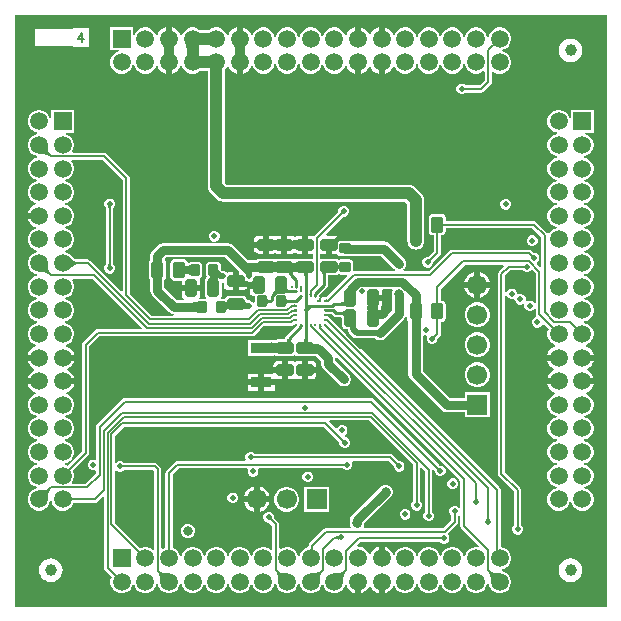
<source format=gbl>
G04*
G04 #@! TF.GenerationSoftware,Altium Limited,Altium Designer,22.3.1 (43)*
G04*
G04 Layer_Physical_Order=4*
G04 Layer_Color=16711680*
%FSLAX25Y25*%
%MOIN*%
G70*
G04*
G04 #@! TF.SameCoordinates,697392F4-E1DC-46BD-99ED-7115868F3DC7*
G04*
G04*
G04 #@! TF.FilePolarity,Positive*
G04*
G01*
G75*
%ADD11C,0.01575*%
%ADD12C,0.00394*%
%ADD13C,0.00787*%
%ADD15C,0.01000*%
%ADD27C,0.03937*%
G04:AMPARAMS|DCode=28|XSize=40.35mil|YSize=55.12mil|CornerRadius=4.84mil|HoleSize=0mil|Usage=FLASHONLY|Rotation=0.000|XOffset=0mil|YOffset=0mil|HoleType=Round|Shape=RoundedRectangle|*
%AMROUNDEDRECTD28*
21,1,0.04035,0.04543,0,0,0.0*
21,1,0.03067,0.05512,0,0,0.0*
1,1,0.00969,0.01534,-0.02272*
1,1,0.00969,-0.01534,-0.02272*
1,1,0.00969,-0.01534,0.02272*
1,1,0.00969,0.01534,0.02272*
%
%ADD28ROUNDEDRECTD28*%
G04:AMPARAMS|DCode=29|XSize=39.37mil|YSize=57.09mil|CornerRadius=4.92mil|HoleSize=0mil|Usage=FLASHONLY|Rotation=180.000|XOffset=0mil|YOffset=0mil|HoleType=Round|Shape=RoundedRectangle|*
%AMROUNDEDRECTD29*
21,1,0.03937,0.04724,0,0,180.0*
21,1,0.02953,0.05709,0,0,180.0*
1,1,0.00984,-0.01476,0.02362*
1,1,0.00984,0.01476,0.02362*
1,1,0.00984,0.01476,-0.02362*
1,1,0.00984,-0.01476,-0.02362*
%
%ADD29ROUNDEDRECTD29*%
G04:AMPARAMS|DCode=30|XSize=39.37mil|YSize=57.09mil|CornerRadius=4.92mil|HoleSize=0mil|Usage=FLASHONLY|Rotation=270.000|XOffset=0mil|YOffset=0mil|HoleType=Round|Shape=RoundedRectangle|*
%AMROUNDEDRECTD30*
21,1,0.03937,0.04724,0,0,270.0*
21,1,0.02953,0.05709,0,0,270.0*
1,1,0.00984,-0.02362,-0.01476*
1,1,0.00984,-0.02362,0.01476*
1,1,0.00984,0.02362,0.01476*
1,1,0.00984,0.02362,-0.01476*
%
%ADD30ROUNDEDRECTD30*%
%ADD46C,0.03150*%
%ADD48C,0.01968*%
%ADD50R,0.05906X0.05906*%
%ADD51C,0.05906*%
%ADD52R,0.06693X0.06693*%
G04:AMPARAMS|DCode=53|XSize=66.93mil|YSize=66.93mil|CornerRadius=33.47mil|HoleSize=0mil|Usage=FLASHONLY|Rotation=180.000|XOffset=0mil|YOffset=0mil|HoleType=Round|Shape=RoundedRectangle|*
%AMROUNDEDRECTD53*
21,1,0.06693,0.00000,0,0,180.0*
21,1,0.00000,0.06693,0,0,180.0*
1,1,0.06693,0.00000,0.00000*
1,1,0.06693,0.00000,0.00000*
1,1,0.06693,0.00000,0.00000*
1,1,0.06693,0.00000,0.00000*
%
%ADD53ROUNDEDRECTD53*%
G04:AMPARAMS|DCode=54|XSize=66.93mil|YSize=66.93mil|CornerRadius=33.47mil|HoleSize=0mil|Usage=FLASHONLY|Rotation=270.000|XOffset=0mil|YOffset=0mil|HoleType=Round|Shape=RoundedRectangle|*
%AMROUNDEDRECTD54*
21,1,0.06693,0.00000,0,0,270.0*
21,1,0.00000,0.06693,0,0,270.0*
1,1,0.06693,0.00000,0.00000*
1,1,0.06693,0.00000,0.00000*
1,1,0.06693,0.00000,0.00000*
1,1,0.06693,0.00000,0.00000*
%
%ADD54ROUNDEDRECTD54*%
%ADD55R,0.06693X0.06693*%
%ADD56R,0.05906X0.05906*%
%ADD57C,0.01968*%
%ADD58C,0.02362*%
%ADD59C,0.03150*%
%ADD60C,0.01600*%
%ADD61C,0.01181*%
%ADD62R,0.06890X0.03740*%
G04:AMPARAMS|DCode=63|XSize=34.45mil|YSize=37.4mil|CornerRadius=4.31mil|HoleSize=0mil|Usage=FLASHONLY|Rotation=180.000|XOffset=0mil|YOffset=0mil|HoleType=Round|Shape=RoundedRectangle|*
%AMROUNDEDRECTD63*
21,1,0.03445,0.02879,0,0,180.0*
21,1,0.02584,0.03740,0,0,180.0*
1,1,0.00861,-0.01292,0.01440*
1,1,0.00861,0.01292,0.01440*
1,1,0.00861,0.01292,-0.01440*
1,1,0.00861,-0.01292,-0.01440*
%
%ADD63ROUNDEDRECTD63*%
G04:AMPARAMS|DCode=64|XSize=34.45mil|YSize=37.4mil|CornerRadius=4.31mil|HoleSize=0mil|Usage=FLASHONLY|Rotation=90.000|XOffset=0mil|YOffset=0mil|HoleType=Round|Shape=RoundedRectangle|*
%AMROUNDEDRECTD64*
21,1,0.03445,0.02879,0,0,90.0*
21,1,0.02584,0.03740,0,0,90.0*
1,1,0.00861,0.01440,0.01292*
1,1,0.00861,0.01440,-0.01292*
1,1,0.00861,-0.01440,-0.01292*
1,1,0.00861,-0.01440,0.01292*
%
%ADD64ROUNDEDRECTD64*%
%ADD65C,0.03937*%
%ADD66C,0.02000*%
%ADD67C,0.03000*%
G36*
X98425Y-98425D02*
X-98425D01*
Y98425D01*
X98425D01*
Y-98425D01*
D02*
G37*
%LPC*%
G36*
X24622Y94375D02*
Y90551D01*
X22622D01*
Y94375D01*
X22096Y94235D01*
X21195Y93714D01*
X20459Y92978D01*
X19946Y92089D01*
X19837Y92063D01*
X19533D01*
X19424Y92089D01*
X18911Y92978D01*
X18175Y93714D01*
X17274Y94235D01*
X16748Y94375D01*
Y90551D01*
X14748D01*
Y94375D01*
X14222Y94235D01*
X13321Y93714D01*
X12585Y92978D01*
X12065Y92077D01*
X11960Y91685D01*
X11442D01*
X11359Y91995D01*
X10867Y92848D01*
X10170Y93544D01*
X9318Y94036D01*
X8366Y94291D01*
X7382D01*
X6430Y94036D01*
X5578Y93544D01*
X4881Y92848D01*
X4389Y91995D01*
X4196Y91275D01*
X3678D01*
X3485Y91995D01*
X2993Y92848D01*
X2296Y93544D01*
X1444Y94036D01*
X492Y94291D01*
X-492D01*
X-1444Y94036D01*
X-2296Y93544D01*
X-2993Y92848D01*
X-3485Y91995D01*
X-3678Y91275D01*
X-4196D01*
X-4389Y91995D01*
X-4881Y92848D01*
X-5578Y93544D01*
X-6431Y94036D01*
X-7382Y94291D01*
X-8366D01*
X-9318Y94036D01*
X-10171Y93544D01*
X-10867Y92848D01*
X-11359Y91995D01*
X-11552Y91275D01*
X-12070D01*
X-12263Y91995D01*
X-12755Y92848D01*
X-13452Y93544D01*
X-14304Y94036D01*
X-15256Y94291D01*
X-16240D01*
X-17192Y94036D01*
X-18045Y93544D01*
X-18741Y92848D01*
X-19233Y91995D01*
X-19316Y91686D01*
X-19834D01*
X-19939Y92077D01*
X-20459Y92978D01*
X-21195Y93714D01*
X-22096Y94235D01*
X-22622Y94375D01*
Y90551D01*
X-24622D01*
Y94375D01*
X-25148Y94235D01*
X-26049Y93714D01*
X-26785Y92978D01*
X-27305Y92077D01*
X-27410Y91686D01*
X-27928D01*
X-28011Y91995D01*
X-28503Y92848D01*
X-29200Y93544D01*
X-30053Y94036D01*
X-31004Y94291D01*
X-31988D01*
X-32940Y94036D01*
X-33793Y93544D01*
X-34006Y93331D01*
X-36860D01*
X-37074Y93544D01*
X-37927Y94036D01*
X-38878Y94291D01*
X-39862D01*
X-40814Y94036D01*
X-41667Y93544D01*
X-42363Y92848D01*
X-42855Y91995D01*
X-42938Y91686D01*
X-43456D01*
X-43561Y92077D01*
X-44081Y92978D01*
X-44817Y93714D01*
X-45718Y94235D01*
X-46244Y94375D01*
Y90551D01*
X-48244D01*
Y94375D01*
X-48770Y94235D01*
X-49671Y93714D01*
X-50407Y92978D01*
X-50928Y92077D01*
X-51032Y91685D01*
X-51550D01*
X-51633Y91995D01*
X-52125Y92848D01*
X-52822Y93544D01*
X-53675Y94036D01*
X-54626Y94291D01*
X-55611D01*
X-56562Y94036D01*
X-57415Y93544D01*
X-58111Y92848D01*
X-58604Y91995D01*
X-58752Y91440D01*
X-59252Y91506D01*
Y94291D01*
X-66732D01*
Y86811D01*
X-63947D01*
X-63881Y86311D01*
X-64436Y86162D01*
X-65289Y85670D01*
X-65985Y84974D01*
X-66478Y84121D01*
X-66732Y83170D01*
Y82185D01*
X-66478Y81234D01*
X-65985Y80381D01*
X-65289Y79684D01*
X-64436Y79192D01*
X-63485Y78937D01*
X-62500D01*
X-61549Y79192D01*
X-60696Y79684D01*
X-59999Y80381D01*
X-59507Y81234D01*
X-59314Y81954D01*
X-58796D01*
X-58604Y81234D01*
X-58111Y80381D01*
X-57415Y79684D01*
X-56562Y79192D01*
X-55611Y78937D01*
X-54626D01*
X-53675Y79192D01*
X-52822Y79684D01*
X-52125Y80381D01*
X-51633Y81234D01*
X-51550Y81543D01*
X-51032D01*
X-50928Y81151D01*
X-50407Y80250D01*
X-49671Y79514D01*
X-48770Y78994D01*
X-48244Y78853D01*
Y82677D01*
X-46244D01*
Y78853D01*
X-45718Y78994D01*
X-44817Y79514D01*
X-44081Y80250D01*
X-43561Y81151D01*
X-43456Y81543D01*
X-42938D01*
X-42855Y81234D01*
X-42363Y80381D01*
X-41667Y79684D01*
X-40814Y79192D01*
X-39862Y78937D01*
X-38878D01*
X-37927Y79192D01*
X-37074Y79684D01*
X-36860Y79897D01*
X-34826D01*
X-34276Y79885D01*
Y41306D01*
X-34181Y40587D01*
X-33903Y39916D01*
X-33461Y39341D01*
X-31155Y37034D01*
X-30580Y36593D01*
X-29909Y36315D01*
X-29190Y36220D01*
X31542D01*
X32220Y35542D01*
Y31122D01*
X32170Y30869D01*
Y26325D01*
X32220Y26072D01*
Y23000D01*
X32315Y22281D01*
X32593Y21610D01*
X33035Y21035D01*
X33610Y20593D01*
X34281Y20315D01*
X35000Y20220D01*
X35719Y20315D01*
X36390Y20593D01*
X36966Y21035D01*
X37407Y21610D01*
X37685Y22281D01*
X37780Y23000D01*
Y26072D01*
X37830Y26325D01*
Y30869D01*
X37780Y31122D01*
Y36694D01*
X37685Y37413D01*
X37407Y38084D01*
X36966Y38659D01*
X34659Y40966D01*
X34084Y41407D01*
X33413Y41685D01*
X32694Y41780D01*
X-28038D01*
X-28716Y42458D01*
Y80168D01*
X-28503Y80381D01*
X-28011Y81234D01*
X-27928Y81543D01*
X-27410D01*
X-27305Y81151D01*
X-26785Y80250D01*
X-26049Y79514D01*
X-25148Y78994D01*
X-24622Y78853D01*
Y82677D01*
X-22622D01*
Y78853D01*
X-22096Y78994D01*
X-21195Y79514D01*
X-20459Y80250D01*
X-19939Y81151D01*
X-19834Y81543D01*
X-19316D01*
X-19233Y81234D01*
X-18741Y80381D01*
X-18045Y79684D01*
X-17192Y79192D01*
X-16240Y78937D01*
X-15256D01*
X-14304Y79192D01*
X-13452Y79684D01*
X-12755Y80381D01*
X-12263Y81234D01*
X-12070Y81954D01*
X-11552D01*
X-11359Y81234D01*
X-10867Y80381D01*
X-10171Y79684D01*
X-9318Y79192D01*
X-8366Y78937D01*
X-7382D01*
X-6431Y79192D01*
X-5578Y79684D01*
X-4881Y80381D01*
X-4389Y81234D01*
X-4196Y81954D01*
X-3678D01*
X-3485Y81234D01*
X-2993Y80381D01*
X-2296Y79684D01*
X-1444Y79192D01*
X-492Y78937D01*
X492D01*
X1444Y79192D01*
X2296Y79684D01*
X2993Y80381D01*
X3485Y81234D01*
X3678Y81954D01*
X4196D01*
X4389Y81234D01*
X4881Y80381D01*
X5578Y79684D01*
X6430Y79192D01*
X7382Y78937D01*
X8366D01*
X9318Y79192D01*
X10170Y79684D01*
X10867Y80381D01*
X11359Y81234D01*
X11442Y81543D01*
X11960D01*
X12065Y81151D01*
X12585Y80250D01*
X13321Y79514D01*
X14222Y78994D01*
X14748Y78853D01*
Y82677D01*
X16748D01*
Y78853D01*
X17274Y78994D01*
X18175Y79514D01*
X18911Y80250D01*
X19424Y81139D01*
X19533Y81165D01*
X19837D01*
X19946Y81139D01*
X20459Y80250D01*
X21195Y79514D01*
X22096Y78994D01*
X22622Y78853D01*
Y82677D01*
X24622D01*
Y78853D01*
X25148Y78994D01*
X26049Y79514D01*
X26785Y80250D01*
X27305Y81151D01*
X27410Y81543D01*
X27928D01*
X28011Y81234D01*
X28503Y80381D01*
X29200Y79684D01*
X30053Y79192D01*
X31004Y78937D01*
X31988D01*
X32940Y79192D01*
X33793Y79684D01*
X34489Y80381D01*
X34981Y81234D01*
X35174Y81954D01*
X35692D01*
X35885Y81234D01*
X36377Y80381D01*
X37074Y79684D01*
X37927Y79192D01*
X38878Y78937D01*
X39862D01*
X40814Y79192D01*
X41667Y79684D01*
X42363Y80381D01*
X42855Y81234D01*
X43048Y81954D01*
X43566D01*
X43759Y81234D01*
X44251Y80381D01*
X44948Y79684D01*
X45801Y79192D01*
X46752Y78937D01*
X47737D01*
X48688Y79192D01*
X49541Y79684D01*
X50237Y80381D01*
X50730Y81234D01*
X50922Y81954D01*
X51440D01*
X51633Y81234D01*
X52125Y80381D01*
X52822Y79684D01*
X53675Y79192D01*
X54626Y78937D01*
X55611D01*
X56562Y79192D01*
X57415Y79684D01*
X57530Y79799D01*
X57991Y79608D01*
Y76695D01*
X56283Y74986D01*
X51635D01*
X51337Y75283D01*
X50686Y75553D01*
X49981D01*
X49330Y75283D01*
X48832Y74785D01*
X48562Y74134D01*
Y73429D01*
X48832Y72778D01*
X49330Y72280D01*
X49981Y72010D01*
X50686D01*
X51337Y72280D01*
X51635Y72577D01*
X56782D01*
X56782Y72577D01*
X57242Y72669D01*
X57633Y72930D01*
X60047Y75344D01*
X60308Y75735D01*
X60400Y76196D01*
X60400Y76196D01*
Y79311D01*
X60900Y79566D01*
X61549Y79192D01*
X62500Y78937D01*
X63485D01*
X64436Y79192D01*
X65289Y79684D01*
X65985Y80381D01*
X66478Y81234D01*
X66732Y82185D01*
Y83170D01*
X66478Y84121D01*
X65985Y84974D01*
X65289Y85670D01*
X64436Y86162D01*
X63716Y86355D01*
Y86873D01*
X64436Y87066D01*
X65289Y87558D01*
X65985Y88255D01*
X66478Y89108D01*
X66732Y90059D01*
Y91044D01*
X66478Y91995D01*
X65985Y92848D01*
X65289Y93544D01*
X64436Y94036D01*
X63485Y94291D01*
X62500D01*
X61549Y94036D01*
X60696Y93544D01*
X59999Y92848D01*
X59507Y91995D01*
X59314Y91275D01*
X58796D01*
X58604Y91995D01*
X58111Y92848D01*
X57415Y93544D01*
X56562Y94036D01*
X55611Y94291D01*
X54626D01*
X53675Y94036D01*
X52822Y93544D01*
X52125Y92848D01*
X51633Y91995D01*
X51440Y91275D01*
X50922D01*
X50730Y91995D01*
X50237Y92848D01*
X49541Y93544D01*
X48688Y94036D01*
X47737Y94291D01*
X46752D01*
X45801Y94036D01*
X44948Y93544D01*
X44251Y92848D01*
X43759Y91995D01*
X43566Y91275D01*
X43048D01*
X42855Y91995D01*
X42363Y92848D01*
X41667Y93544D01*
X40814Y94036D01*
X39862Y94291D01*
X38878D01*
X37927Y94036D01*
X37074Y93544D01*
X36377Y92848D01*
X35885Y91995D01*
X35692Y91275D01*
X35174D01*
X34981Y91995D01*
X34489Y92848D01*
X33793Y93544D01*
X32940Y94036D01*
X31988Y94291D01*
X31004D01*
X30053Y94036D01*
X29200Y93544D01*
X28503Y92848D01*
X28011Y91995D01*
X27928Y91686D01*
X27410D01*
X27305Y92077D01*
X26785Y92978D01*
X26049Y93714D01*
X25148Y94235D01*
X24622Y94375D01*
D02*
G37*
G36*
X-73889Y94011D02*
X-79287D01*
Y93906D01*
X-92000D01*
Y88000D01*
X-79287D01*
Y87713D01*
X-73889D01*
Y94011D01*
D02*
G37*
G36*
X86614Y90585D02*
X85586Y90450D01*
X84629Y90053D01*
X83806Y89422D01*
X83175Y88600D01*
X82779Y87642D01*
X82643Y86614D01*
X82779Y85586D01*
X83175Y84629D01*
X83806Y83806D01*
X84629Y83175D01*
X85586Y82779D01*
X86614Y82643D01*
X87642Y82779D01*
X88600Y83175D01*
X89422Y83806D01*
X90053Y84629D01*
X90450Y85586D01*
X90585Y86614D01*
X90450Y87642D01*
X90053Y88600D01*
X89422Y89422D01*
X88600Y90053D01*
X87642Y90450D01*
X86614Y90585D01*
D02*
G37*
G36*
X94291Y66732D02*
X86811D01*
Y63947D01*
X86311Y63881D01*
X86162Y64436D01*
X85670Y65289D01*
X84974Y65985D01*
X84121Y66478D01*
X83170Y66732D01*
X82185D01*
X81234Y66478D01*
X80381Y65985D01*
X79684Y65289D01*
X79192Y64436D01*
X78937Y63485D01*
Y62500D01*
X79192Y61549D01*
X79684Y60696D01*
X80381Y59999D01*
X81234Y59507D01*
X81954Y59314D01*
Y58796D01*
X81234Y58604D01*
X80381Y58111D01*
X79684Y57415D01*
X79192Y56562D01*
X78937Y55611D01*
Y54626D01*
X79192Y53675D01*
X79684Y52822D01*
X80381Y52125D01*
X81234Y51633D01*
X81954Y51440D01*
Y50922D01*
X81234Y50729D01*
X80381Y50237D01*
X79684Y49541D01*
X79192Y48688D01*
X78937Y47736D01*
Y46752D01*
X79192Y45801D01*
X79684Y44948D01*
X80381Y44251D01*
X81234Y43759D01*
X81954Y43566D01*
Y43048D01*
X81234Y42855D01*
X80381Y42363D01*
X79684Y41667D01*
X79192Y40814D01*
X78937Y39862D01*
Y38878D01*
X79192Y37927D01*
X79684Y37074D01*
X80381Y36377D01*
X81234Y35885D01*
X81954Y35692D01*
Y35174D01*
X81234Y34981D01*
X80381Y34489D01*
X79684Y33793D01*
X79192Y32940D01*
X78937Y31988D01*
Y31004D01*
X79192Y30053D01*
X79684Y29200D01*
X80381Y28503D01*
X81234Y28011D01*
X81954Y27818D01*
Y27300D01*
X81234Y27107D01*
X80381Y26615D01*
X79684Y25919D01*
X79542Y25671D01*
X78968Y25677D01*
X78851Y25852D01*
X78851Y25852D01*
X75255Y29448D01*
X74864Y29709D01*
X74403Y29801D01*
X74403Y29801D01*
X45015D01*
Y30869D01*
X44916Y31365D01*
X44635Y31785D01*
X44215Y32066D01*
X43718Y32165D01*
X40652D01*
X40155Y32066D01*
X39735Y31785D01*
X39454Y31365D01*
X39355Y30869D01*
Y26325D01*
X39454Y25829D01*
X39735Y25408D01*
X40155Y25127D01*
X40652Y25029D01*
X40981D01*
Y19684D01*
X39069Y17772D01*
X38648D01*
X37996Y17502D01*
X37498Y17004D01*
X37228Y16352D01*
Y15648D01*
X37498Y14996D01*
X37996Y14498D01*
X38648Y14228D01*
X39352D01*
X40004Y14498D01*
X40502Y14996D01*
X40772Y15648D01*
Y16069D01*
X43036Y18334D01*
X43037Y18334D01*
X43298Y18724D01*
X43389Y19185D01*
X43389Y19185D01*
Y25029D01*
X43718D01*
X44215Y25127D01*
X44635Y25408D01*
X44916Y25829D01*
X45015Y26325D01*
Y27393D01*
X73904D01*
X76796Y24501D01*
Y14646D01*
X76334Y14454D01*
X75317Y15471D01*
X75415Y15961D01*
X75504Y15998D01*
X76002Y16496D01*
X76272Y17148D01*
Y17852D01*
X76002Y18504D01*
X75504Y19002D01*
X74852Y19272D01*
X74369D01*
X73789Y19851D01*
X73399Y20113D01*
X72938Y20204D01*
X72938Y20204D01*
X47001D01*
X47001Y20204D01*
X46541Y20113D01*
X46150Y19851D01*
X39421Y13123D01*
X31022D01*
X30945Y13265D01*
X30868Y13623D01*
X30961Y13715D01*
X31158Y13847D01*
X31289Y14044D01*
X31457Y14212D01*
X31548Y14431D01*
X31680Y14628D01*
X31726Y14861D01*
X31817Y15080D01*
Y15317D01*
X31863Y15550D01*
X31817Y15782D01*
Y16020D01*
X31726Y16239D01*
X31680Y16471D01*
X31548Y16669D01*
X31457Y16888D01*
X31289Y17055D01*
X31158Y17253D01*
X26107Y22303D01*
X25326Y22826D01*
X24404Y23009D01*
X13534D01*
X13415Y23089D01*
X12939Y23183D01*
X10061D01*
X9884Y23329D01*
Y23406D01*
X9768Y23988D01*
X9438Y24481D01*
X8944Y24811D01*
X8362Y24927D01*
X5283D01*
X5092Y25389D01*
X10931Y31228D01*
X11352D01*
X12004Y31498D01*
X12502Y31996D01*
X12772Y32648D01*
Y33352D01*
X12502Y34004D01*
X12004Y34502D01*
X11352Y34772D01*
X10648D01*
X9996Y34502D01*
X9498Y34004D01*
X9228Y33352D01*
Y32931D01*
X1149Y24851D01*
X945Y24811D01*
X944Y24811D01*
X362Y24927D01*
X-1000D01*
Y21929D01*
Y18932D01*
X362D01*
X409Y18941D01*
X796Y18624D01*
Y17538D01*
X409Y17221D01*
X362Y17230D01*
X-4362D01*
X-4861Y17131D01*
X-5103Y16969D01*
X-5108Y16967D01*
X-5362Y16876D01*
X-5616Y16967D01*
X-5622Y16969D01*
X-5863Y17131D01*
X-6362Y17230D01*
X-11087D01*
X-11586Y17131D01*
X-11827Y16969D01*
X-11833Y16967D01*
X-11842Y16959D01*
X-11862Y16946D01*
X-11882Y16959D01*
X-11891Y16967D01*
X-11897Y16969D01*
X-12139Y17131D01*
X-12638Y17230D01*
X-17362D01*
X-17861Y17131D01*
X-18285Y16848D01*
X-18329Y16781D01*
X-20983D01*
X-25851Y21649D01*
X-26607Y22155D01*
X-27500Y22332D01*
X-49224D01*
X-50116Y22155D01*
X-50873Y21649D01*
X-52742Y19781D01*
X-53247Y19024D01*
X-53425Y18131D01*
Y16767D01*
X-53543Y16689D01*
X-53824Y16268D01*
X-53922Y15772D01*
Y11228D01*
X-53824Y10732D01*
X-53543Y10311D01*
X-53425Y10233D01*
Y6602D01*
X-53247Y5709D01*
X-52742Y4953D01*
X-47140Y-649D01*
X-46383Y-1155D01*
X-45674Y-1296D01*
X-45723Y-1796D01*
X-53001D01*
X-60296Y5499D01*
Y44000D01*
X-60296Y44000D01*
X-60387Y44461D01*
X-60649Y44851D01*
X-60649Y44851D01*
X-67928Y52131D01*
X-68319Y52392D01*
X-68780Y52484D01*
X-68780Y52484D01*
X-79366D01*
X-79591Y52984D01*
X-79192Y53675D01*
X-78937Y54626D01*
Y55611D01*
X-79192Y56562D01*
X-79684Y57415D01*
X-80381Y58111D01*
X-81234Y58604D01*
X-81788Y58752D01*
X-81722Y59252D01*
X-78937D01*
Y66732D01*
X-86417D01*
Y63947D01*
X-86917Y63881D01*
X-87066Y64436D01*
X-87558Y65289D01*
X-88255Y65985D01*
X-89108Y66478D01*
X-90059Y66732D01*
X-91044D01*
X-91995Y66478D01*
X-92848Y65985D01*
X-93544Y65289D01*
X-94036Y64436D01*
X-94291Y63485D01*
Y62500D01*
X-94036Y61549D01*
X-93544Y60696D01*
X-92848Y59999D01*
X-91995Y59507D01*
X-91275Y59314D01*
Y58796D01*
X-91995Y58604D01*
X-92848Y58111D01*
X-93544Y57415D01*
X-94036Y56562D01*
X-94291Y55611D01*
Y54626D01*
X-94036Y53675D01*
X-93544Y52822D01*
X-92848Y52125D01*
X-91995Y51633D01*
X-91275Y51440D01*
Y50922D01*
X-91995Y50729D01*
X-92848Y50237D01*
X-93544Y49541D01*
X-94036Y48688D01*
X-94291Y47736D01*
Y46752D01*
X-94036Y45801D01*
X-93544Y44948D01*
X-92848Y44251D01*
X-91995Y43759D01*
X-91275Y43566D01*
Y43048D01*
X-91995Y42855D01*
X-92848Y42363D01*
X-93544Y41667D01*
X-94036Y40814D01*
X-94291Y39862D01*
Y38878D01*
X-94036Y37927D01*
X-93544Y37074D01*
X-92848Y36377D01*
X-91995Y35885D01*
X-91686Y35802D01*
Y35284D01*
X-92077Y35179D01*
X-92978Y34659D01*
X-93714Y33923D01*
X-94235Y33022D01*
X-94375Y32496D01*
X-90551D01*
Y30496D01*
X-94375D01*
X-94235Y29970D01*
X-93714Y29069D01*
X-92978Y28333D01*
X-92077Y27813D01*
X-91686Y27708D01*
Y27190D01*
X-91995Y27107D01*
X-92848Y26615D01*
X-93544Y25919D01*
X-94036Y25066D01*
X-94291Y24114D01*
Y23130D01*
X-94036Y22178D01*
X-93544Y21326D01*
X-92848Y20629D01*
X-91995Y20137D01*
X-91275Y19944D01*
Y19426D01*
X-91995Y19233D01*
X-92848Y18741D01*
X-93544Y18045D01*
X-94036Y17192D01*
X-94291Y16240D01*
Y15256D01*
X-94036Y14304D01*
X-93544Y13452D01*
X-92848Y12755D01*
X-91995Y12263D01*
X-91275Y12070D01*
Y11552D01*
X-91995Y11359D01*
X-92848Y10867D01*
X-93544Y10171D01*
X-94036Y9318D01*
X-94291Y8366D01*
Y7382D01*
X-94036Y6431D01*
X-93544Y5578D01*
X-92848Y4881D01*
X-91995Y4389D01*
X-91275Y4196D01*
Y3678D01*
X-91995Y3485D01*
X-92848Y2993D01*
X-93544Y2296D01*
X-94036Y1444D01*
X-94291Y492D01*
Y-492D01*
X-94036Y-1444D01*
X-93544Y-2296D01*
X-92848Y-2993D01*
X-91995Y-3485D01*
X-91275Y-3678D01*
Y-4196D01*
X-91995Y-4389D01*
X-92848Y-4881D01*
X-93544Y-5578D01*
X-94036Y-6430D01*
X-94291Y-7382D01*
Y-8366D01*
X-94036Y-9318D01*
X-93544Y-10170D01*
X-92848Y-10867D01*
X-91995Y-11359D01*
X-91685Y-11442D01*
Y-11960D01*
X-92077Y-12065D01*
X-92978Y-12585D01*
X-93714Y-13321D01*
X-94235Y-14222D01*
X-94375Y-14748D01*
X-90551D01*
Y-16748D01*
X-94375D01*
X-94235Y-17274D01*
X-93714Y-18175D01*
X-92978Y-18911D01*
X-92089Y-19424D01*
X-92063Y-19533D01*
Y-19837D01*
X-92089Y-19946D01*
X-92978Y-20459D01*
X-93714Y-21195D01*
X-94235Y-22096D01*
X-94375Y-22622D01*
X-90551D01*
Y-24622D01*
X-94375D01*
X-94235Y-25148D01*
X-93714Y-26049D01*
X-92978Y-26785D01*
X-92077Y-27305D01*
X-91686Y-27410D01*
Y-27928D01*
X-91995Y-28011D01*
X-92848Y-28503D01*
X-93544Y-29200D01*
X-94036Y-30053D01*
X-94291Y-31004D01*
Y-31988D01*
X-94036Y-32940D01*
X-93544Y-33793D01*
X-92848Y-34489D01*
X-91995Y-34981D01*
X-91275Y-35174D01*
Y-35692D01*
X-91995Y-35885D01*
X-92848Y-36377D01*
X-93544Y-37074D01*
X-94036Y-37927D01*
X-94291Y-38878D01*
Y-39862D01*
X-94036Y-40814D01*
X-93544Y-41667D01*
X-92848Y-42363D01*
X-91995Y-42855D01*
X-91275Y-43048D01*
Y-43566D01*
X-91995Y-43759D01*
X-92848Y-44251D01*
X-93544Y-44948D01*
X-94036Y-45801D01*
X-94291Y-46752D01*
Y-47737D01*
X-94036Y-48688D01*
X-93544Y-49541D01*
X-92848Y-50237D01*
X-91995Y-50730D01*
X-91275Y-50922D01*
Y-51440D01*
X-91995Y-51633D01*
X-92848Y-52125D01*
X-93544Y-52822D01*
X-94036Y-53675D01*
X-94291Y-54626D01*
Y-55611D01*
X-94036Y-56562D01*
X-93544Y-57415D01*
X-92848Y-58111D01*
X-91995Y-58604D01*
X-91275Y-58796D01*
Y-59314D01*
X-91995Y-59507D01*
X-92848Y-59999D01*
X-93544Y-60696D01*
X-94036Y-61549D01*
X-94291Y-62500D01*
Y-63485D01*
X-94036Y-64436D01*
X-93544Y-65289D01*
X-92848Y-65985D01*
X-91995Y-66478D01*
X-91044Y-66732D01*
X-90059D01*
X-89108Y-66478D01*
X-88255Y-65985D01*
X-87558Y-65289D01*
X-87066Y-64436D01*
X-86873Y-63716D01*
X-86355D01*
X-86162Y-64436D01*
X-85670Y-65289D01*
X-84974Y-65985D01*
X-84121Y-66478D01*
X-83170Y-66732D01*
X-82185D01*
X-81234Y-66478D01*
X-80381Y-65985D01*
X-79684Y-65289D01*
X-79192Y-64436D01*
X-79128Y-64196D01*
X-71992D01*
X-71992Y-64196D01*
X-71531Y-64105D01*
X-71141Y-63844D01*
X-69387Y-62090D01*
X-68925Y-62281D01*
Y-85823D01*
X-68925Y-85823D01*
X-68833Y-86284D01*
X-68572Y-86674D01*
X-66353Y-88893D01*
X-66478Y-89108D01*
X-66732Y-90059D01*
Y-91044D01*
X-66478Y-91995D01*
X-65985Y-92848D01*
X-65289Y-93544D01*
X-64436Y-94036D01*
X-63485Y-94291D01*
X-62500D01*
X-61549Y-94036D01*
X-60696Y-93544D01*
X-59999Y-92848D01*
X-59507Y-91995D01*
X-59314Y-91275D01*
X-58796D01*
X-58604Y-91995D01*
X-58111Y-92848D01*
X-57415Y-93544D01*
X-56562Y-94036D01*
X-55611Y-94291D01*
X-54626D01*
X-53675Y-94036D01*
X-52822Y-93544D01*
X-52125Y-92848D01*
X-51633Y-91995D01*
X-51440Y-91275D01*
X-50922D01*
X-50729Y-91995D01*
X-50237Y-92848D01*
X-49541Y-93544D01*
X-48688Y-94036D01*
X-47736Y-94291D01*
X-46752D01*
X-45801Y-94036D01*
X-44948Y-93544D01*
X-44251Y-92848D01*
X-43759Y-91995D01*
X-43566Y-91275D01*
X-43048D01*
X-42855Y-91995D01*
X-42363Y-92848D01*
X-41667Y-93544D01*
X-40814Y-94036D01*
X-39862Y-94291D01*
X-38878D01*
X-37927Y-94036D01*
X-37074Y-93544D01*
X-36377Y-92848D01*
X-35885Y-91995D01*
X-35692Y-91275D01*
X-35174D01*
X-34981Y-91995D01*
X-34489Y-92848D01*
X-33793Y-93544D01*
X-32940Y-94036D01*
X-31988Y-94291D01*
X-31004D01*
X-30053Y-94036D01*
X-29200Y-93544D01*
X-28503Y-92848D01*
X-28011Y-91995D01*
X-27818Y-91275D01*
X-27300D01*
X-27107Y-91995D01*
X-26615Y-92848D01*
X-25919Y-93544D01*
X-25066Y-94036D01*
X-24114Y-94291D01*
X-23130D01*
X-22178Y-94036D01*
X-21326Y-93544D01*
X-20629Y-92848D01*
X-20137Y-91995D01*
X-19944Y-91275D01*
X-19426D01*
X-19233Y-91995D01*
X-18741Y-92848D01*
X-18045Y-93544D01*
X-17192Y-94036D01*
X-16240Y-94291D01*
X-15256D01*
X-14304Y-94036D01*
X-13452Y-93544D01*
X-12755Y-92848D01*
X-12263Y-91995D01*
X-12070Y-91275D01*
X-11552D01*
X-11359Y-91995D01*
X-10867Y-92848D01*
X-10171Y-93544D01*
X-9318Y-94036D01*
X-8366Y-94291D01*
X-7382D01*
X-6431Y-94036D01*
X-5578Y-93544D01*
X-4881Y-92848D01*
X-4389Y-91995D01*
X-4196Y-91275D01*
X-3678D01*
X-3485Y-91995D01*
X-2993Y-92848D01*
X-2296Y-93544D01*
X-1444Y-94036D01*
X-492Y-94291D01*
X492D01*
X1444Y-94036D01*
X2296Y-93544D01*
X2993Y-92848D01*
X3485Y-91995D01*
X3678Y-91275D01*
X4196D01*
X4389Y-91995D01*
X4881Y-92848D01*
X5578Y-93544D01*
X6430Y-94036D01*
X7382Y-94291D01*
X8366D01*
X9318Y-94036D01*
X10170Y-93544D01*
X10867Y-92848D01*
X11359Y-91995D01*
X11442Y-91685D01*
X11960D01*
X12065Y-92077D01*
X12585Y-92978D01*
X13321Y-93714D01*
X14222Y-94235D01*
X14748Y-94375D01*
Y-90551D01*
X16748D01*
Y-94375D01*
X17274Y-94235D01*
X18175Y-93714D01*
X18911Y-92978D01*
X19424Y-92089D01*
X19533Y-92063D01*
X19837D01*
X19946Y-92089D01*
X20459Y-92978D01*
X21195Y-93714D01*
X22096Y-94235D01*
X22622Y-94375D01*
Y-90551D01*
X24622D01*
Y-94375D01*
X25148Y-94235D01*
X26049Y-93714D01*
X26785Y-92978D01*
X27305Y-92077D01*
X27410Y-91686D01*
X27928D01*
X28011Y-91995D01*
X28503Y-92848D01*
X29200Y-93544D01*
X30053Y-94036D01*
X31004Y-94291D01*
X31988D01*
X32940Y-94036D01*
X33793Y-93544D01*
X34489Y-92848D01*
X34981Y-91995D01*
X35174Y-91275D01*
X35692D01*
X35885Y-91995D01*
X36377Y-92848D01*
X37074Y-93544D01*
X37927Y-94036D01*
X38878Y-94291D01*
X39862D01*
X40814Y-94036D01*
X41667Y-93544D01*
X42363Y-92848D01*
X42855Y-91995D01*
X43048Y-91275D01*
X43566D01*
X43759Y-91995D01*
X44251Y-92848D01*
X44948Y-93544D01*
X45801Y-94036D01*
X46752Y-94291D01*
X47737D01*
X48688Y-94036D01*
X49541Y-93544D01*
X50237Y-92848D01*
X50730Y-91995D01*
X50922Y-91275D01*
X51440D01*
X51633Y-91995D01*
X52125Y-92848D01*
X52822Y-93544D01*
X53675Y-94036D01*
X54626Y-94291D01*
X55611D01*
X56562Y-94036D01*
X57415Y-93544D01*
X58111Y-92848D01*
X58604Y-91995D01*
X58796Y-91275D01*
X59314D01*
X59507Y-91995D01*
X59999Y-92848D01*
X60696Y-93544D01*
X61549Y-94036D01*
X62500Y-94291D01*
X63485D01*
X64436Y-94036D01*
X65289Y-93544D01*
X65985Y-92848D01*
X66478Y-91995D01*
X66732Y-91044D01*
Y-90059D01*
X66478Y-89108D01*
X65985Y-88255D01*
X65289Y-87558D01*
X64436Y-87066D01*
X63716Y-86873D01*
Y-86355D01*
X64436Y-86162D01*
X65289Y-85670D01*
X65985Y-84974D01*
X66478Y-84121D01*
X66732Y-83170D01*
Y-82185D01*
X66478Y-81234D01*
X65985Y-80381D01*
X65289Y-79684D01*
X64436Y-79192D01*
X63485Y-78937D01*
X63467D01*
Y-59986D01*
X63467Y-59986D01*
X63375Y-59525D01*
X63114Y-59135D01*
X63114Y-59135D01*
X6353Y-2373D01*
X5962Y-2112D01*
X5555Y-2031D01*
X5505Y-1981D01*
X5479Y-1806D01*
X5438Y-2044D01*
X5090Y-2039D01*
X5195Y-1219D01*
X5204Y-1226D01*
X5220Y-1232D01*
X5242Y-1238D01*
X5270Y-1243D01*
X5305Y-1247D01*
X5448Y-1255D01*
X5576Y-1256D01*
X5566Y-1313D01*
X7062D01*
X7639Y-1890D01*
X8065Y-2174D01*
X8567Y-2274D01*
X10225D01*
X10369Y-2489D01*
Y-4862D01*
X10468Y-5361D01*
X10751Y-5785D01*
X11174Y-6067D01*
X11673Y-6167D01*
X12327D01*
Y-6347D01*
X12465Y-7038D01*
X12857Y-7624D01*
X14010Y-8777D01*
X14596Y-9169D01*
X15287Y-9306D01*
X21480D01*
X22106Y-9725D01*
X23028Y-9909D01*
X23950Y-9725D01*
X24731Y-9203D01*
X31158Y-2776D01*
X31670Y-2010D01*
X31710Y-2001D01*
X32170Y-2093D01*
Y-2609D01*
X32269Y-3105D01*
X32550Y-3526D01*
X32592Y-3554D01*
Y-21143D01*
X32775Y-22064D01*
X33297Y-22846D01*
X43654Y-33203D01*
X44436Y-33725D01*
X45357Y-33909D01*
X51366D01*
Y-35634D01*
X59634D01*
Y-27366D01*
X51366D01*
Y-29092D01*
X46355D01*
X37409Y-20145D01*
Y-8507D01*
X37909Y-8173D01*
X38148Y-8272D01*
X38570D01*
X38891Y-8756D01*
X38728Y-9148D01*
Y-9852D01*
X38998Y-10504D01*
X39496Y-11002D01*
X40148Y-11272D01*
X40852D01*
X41504Y-11002D01*
X42002Y-10504D01*
X42272Y-9852D01*
Y-9431D01*
X43036Y-8666D01*
X43037Y-8666D01*
X43298Y-8276D01*
X43389Y-7815D01*
X43389Y-7815D01*
Y-3906D01*
X43718D01*
X44215Y-3807D01*
X44635Y-3526D01*
X44916Y-3105D01*
X45015Y-2609D01*
Y1934D01*
X44916Y2430D01*
X44635Y2851D01*
X44215Y3132D01*
X43718Y3231D01*
X43389D01*
Y7186D01*
X51327Y15124D01*
X64267D01*
X64459Y14662D01*
X62648Y12852D01*
X62387Y12461D01*
X62296Y12000D01*
X62296Y12000D01*
Y-54500D01*
X62296Y-54500D01*
X62387Y-54961D01*
X62648Y-55352D01*
X67796Y-60499D01*
Y-71699D01*
X67498Y-71996D01*
X67228Y-72648D01*
Y-73352D01*
X67498Y-74004D01*
X67996Y-74502D01*
X68648Y-74772D01*
X69352D01*
X70004Y-74502D01*
X70502Y-74004D01*
X70772Y-73352D01*
Y-72648D01*
X70502Y-71996D01*
X70204Y-71699D01*
Y-60000D01*
X70113Y-59539D01*
X69851Y-59149D01*
X69851Y-59149D01*
X64704Y-54001D01*
Y11501D01*
X66499Y13296D01*
X70699D01*
X70996Y12998D01*
X71648Y12728D01*
X72352D01*
X73004Y12998D01*
X73502Y13496D01*
X73822Y13560D01*
X74963Y12419D01*
Y2696D01*
X74643Y2562D01*
X74463Y2543D01*
X74004Y3002D01*
X73352Y3272D01*
X72648D01*
X72058Y3028D01*
X71811Y3172D01*
X71627Y3340D01*
Y3997D01*
X71357Y4648D01*
X70859Y5147D01*
X70208Y5416D01*
X69503D01*
X69272Y5321D01*
X68772Y5655D01*
Y5852D01*
X68502Y6504D01*
X68004Y7002D01*
X67352Y7272D01*
X66648D01*
X65996Y7002D01*
X65498Y6504D01*
X65228Y5852D01*
Y5148D01*
X65498Y4496D01*
X65996Y3998D01*
X66648Y3728D01*
X67352D01*
X67584Y3824D01*
X68084Y3490D01*
Y3292D01*
X68353Y2641D01*
X68852Y2143D01*
X69503Y1873D01*
X70208D01*
X70797Y2117D01*
X71045Y1973D01*
X71228Y1805D01*
Y1148D01*
X71498Y496D01*
X71996Y-2D01*
X72648Y-272D01*
X73352D01*
X74004Y-2D01*
X74463Y458D01*
X74643Y438D01*
X74963Y304D01*
Y-1364D01*
X74963Y-1364D01*
X75055Y-1825D01*
X74815Y-2366D01*
X74496Y-2498D01*
X73998Y-2996D01*
X73728Y-3648D01*
Y-4352D01*
X73998Y-5004D01*
X74496Y-5502D01*
X75148Y-5772D01*
X75852D01*
X76504Y-5502D01*
X77002Y-5004D01*
X77118Y-4724D01*
X77707Y-4607D01*
X79316Y-6216D01*
X79192Y-6430D01*
X78937Y-7382D01*
Y-8366D01*
X79192Y-9318D01*
X79684Y-10170D01*
X80381Y-10867D01*
X81234Y-11359D01*
X81543Y-11442D01*
Y-11960D01*
X81151Y-12065D01*
X80250Y-12585D01*
X79514Y-13321D01*
X78994Y-14222D01*
X78853Y-14748D01*
X82677D01*
Y-16748D01*
X78853D01*
X78994Y-17274D01*
X79514Y-18175D01*
X80250Y-18911D01*
X81139Y-19424D01*
X81165Y-19533D01*
Y-19837D01*
X81139Y-19946D01*
X80250Y-20459D01*
X79514Y-21195D01*
X78994Y-22096D01*
X78853Y-22622D01*
X82677D01*
Y-24622D01*
X78853D01*
X78994Y-25148D01*
X79514Y-26049D01*
X80250Y-26785D01*
X81151Y-27305D01*
X81543Y-27410D01*
Y-27928D01*
X81234Y-28011D01*
X80381Y-28503D01*
X79684Y-29200D01*
X79192Y-30053D01*
X78937Y-31004D01*
Y-31988D01*
X79192Y-32940D01*
X79684Y-33793D01*
X80381Y-34489D01*
X81234Y-34981D01*
X81954Y-35174D01*
Y-35692D01*
X81234Y-35885D01*
X80381Y-36377D01*
X79684Y-37074D01*
X79192Y-37927D01*
X78937Y-38878D01*
Y-39862D01*
X79192Y-40814D01*
X79684Y-41667D01*
X80381Y-42363D01*
X81234Y-42855D01*
X81954Y-43048D01*
Y-43566D01*
X81234Y-43759D01*
X80381Y-44251D01*
X79684Y-44948D01*
X79192Y-45801D01*
X78937Y-46752D01*
Y-47737D01*
X79192Y-48688D01*
X79684Y-49541D01*
X80381Y-50237D01*
X81234Y-50730D01*
X81954Y-50922D01*
Y-51440D01*
X81234Y-51633D01*
X80381Y-52125D01*
X79684Y-52822D01*
X79192Y-53675D01*
X78937Y-54626D01*
Y-55611D01*
X79192Y-56562D01*
X79684Y-57415D01*
X80381Y-58111D01*
X81234Y-58604D01*
X81954Y-58796D01*
Y-59314D01*
X81234Y-59507D01*
X80381Y-59999D01*
X79684Y-60696D01*
X79192Y-61549D01*
X78937Y-62500D01*
Y-63485D01*
X79192Y-64436D01*
X79684Y-65289D01*
X80381Y-65985D01*
X81234Y-66478D01*
X82185Y-66732D01*
X83170D01*
X84121Y-66478D01*
X84974Y-65985D01*
X85670Y-65289D01*
X86162Y-64436D01*
X86355Y-63716D01*
X86873D01*
X87066Y-64436D01*
X87558Y-65289D01*
X88255Y-65985D01*
X89108Y-66478D01*
X90059Y-66732D01*
X91044D01*
X91995Y-66478D01*
X92848Y-65985D01*
X93544Y-65289D01*
X94036Y-64436D01*
X94291Y-63485D01*
Y-62500D01*
X94036Y-61549D01*
X93544Y-60696D01*
X92848Y-59999D01*
X91995Y-59507D01*
X91275Y-59314D01*
Y-58796D01*
X91995Y-58604D01*
X92848Y-58111D01*
X93544Y-57415D01*
X94036Y-56562D01*
X94291Y-55611D01*
Y-54626D01*
X94036Y-53675D01*
X93544Y-52822D01*
X92848Y-52125D01*
X91995Y-51633D01*
X91275Y-51440D01*
Y-50922D01*
X91995Y-50730D01*
X92848Y-50237D01*
X93544Y-49541D01*
X94036Y-48688D01*
X94291Y-47737D01*
Y-46752D01*
X94036Y-45801D01*
X93544Y-44948D01*
X92848Y-44251D01*
X91995Y-43759D01*
X91275Y-43566D01*
Y-43048D01*
X91995Y-42855D01*
X92848Y-42363D01*
X93544Y-41667D01*
X94036Y-40814D01*
X94291Y-39862D01*
Y-38878D01*
X94036Y-37927D01*
X93544Y-37074D01*
X92848Y-36377D01*
X91995Y-35885D01*
X91275Y-35692D01*
Y-35174D01*
X91995Y-34981D01*
X92848Y-34489D01*
X93544Y-33793D01*
X94036Y-32940D01*
X94291Y-31988D01*
Y-31004D01*
X94036Y-30053D01*
X93544Y-29200D01*
X92848Y-28503D01*
X91995Y-28011D01*
X91686Y-27928D01*
Y-27410D01*
X92077Y-27305D01*
X92978Y-26785D01*
X93714Y-26049D01*
X94235Y-25148D01*
X94375Y-24622D01*
X90551D01*
Y-22622D01*
X94375D01*
X94235Y-22096D01*
X93714Y-21195D01*
X92978Y-20459D01*
X92089Y-19946D01*
X92063Y-19837D01*
Y-19533D01*
X92089Y-19424D01*
X92978Y-18911D01*
X93714Y-18175D01*
X94235Y-17274D01*
X94375Y-16748D01*
X90551D01*
Y-14748D01*
X94375D01*
X94235Y-14222D01*
X93714Y-13321D01*
X92978Y-12585D01*
X92077Y-12065D01*
X91685Y-11960D01*
Y-11442D01*
X91995Y-11359D01*
X92848Y-10867D01*
X93544Y-10170D01*
X94036Y-9318D01*
X94291Y-8366D01*
Y-7382D01*
X94036Y-6430D01*
X93544Y-5578D01*
X92848Y-4881D01*
X91995Y-4389D01*
X91275Y-4196D01*
Y-3678D01*
X91995Y-3485D01*
X92848Y-2993D01*
X93544Y-2296D01*
X94036Y-1444D01*
X94291Y-492D01*
Y492D01*
X94036Y1444D01*
X93544Y2296D01*
X92848Y2993D01*
X91995Y3485D01*
X91275Y3678D01*
Y4196D01*
X91995Y4389D01*
X92848Y4881D01*
X93544Y5578D01*
X94036Y6431D01*
X94291Y7382D01*
Y8366D01*
X94036Y9318D01*
X93544Y10171D01*
X92848Y10867D01*
X91995Y11359D01*
X91275Y11552D01*
Y12070D01*
X91995Y12263D01*
X92848Y12755D01*
X93544Y13452D01*
X94036Y14304D01*
X94291Y15256D01*
Y16240D01*
X94036Y17192D01*
X93544Y18045D01*
X92848Y18741D01*
X91995Y19233D01*
X91275Y19426D01*
Y19944D01*
X91995Y20137D01*
X92848Y20629D01*
X93544Y21326D01*
X94036Y22178D01*
X94291Y23130D01*
Y24114D01*
X94036Y25066D01*
X93544Y25919D01*
X92848Y26615D01*
X91995Y27107D01*
X91275Y27300D01*
Y27818D01*
X91995Y28011D01*
X92848Y28503D01*
X93544Y29200D01*
X94036Y30053D01*
X94291Y31004D01*
Y31988D01*
X94036Y32940D01*
X93544Y33793D01*
X92848Y34489D01*
X91995Y34981D01*
X91275Y35174D01*
Y35692D01*
X91995Y35885D01*
X92848Y36377D01*
X93544Y37074D01*
X94036Y37927D01*
X94291Y38878D01*
Y39862D01*
X94036Y40814D01*
X93544Y41667D01*
X92848Y42363D01*
X91995Y42855D01*
X91275Y43048D01*
Y43566D01*
X91995Y43759D01*
X92848Y44251D01*
X93544Y44948D01*
X94036Y45801D01*
X94291Y46752D01*
Y47736D01*
X94036Y48688D01*
X93544Y49541D01*
X92848Y50237D01*
X91995Y50729D01*
X91275Y50922D01*
Y51440D01*
X91995Y51633D01*
X92848Y52125D01*
X93544Y52822D01*
X94036Y53675D01*
X94291Y54626D01*
Y55611D01*
X94036Y56562D01*
X93544Y57415D01*
X92848Y58111D01*
X91995Y58604D01*
X91440Y58752D01*
X91506Y59252D01*
X94291D01*
Y66732D01*
D02*
G37*
G36*
X65352Y37106D02*
X64648D01*
X63996Y36837D01*
X63498Y36338D01*
X63228Y35687D01*
Y34982D01*
X63498Y34331D01*
X63996Y33833D01*
X64648Y33563D01*
X65352D01*
X66004Y33833D01*
X66502Y34331D01*
X66772Y34982D01*
Y35687D01*
X66502Y36338D01*
X66004Y36837D01*
X65352Y37106D01*
D02*
G37*
G36*
X-3000Y24927D02*
X-4362D01*
X-4944Y24811D01*
X-5362Y24532D01*
X-5780Y24811D01*
X-6362Y24927D01*
X-7724D01*
Y21929D01*
Y18932D01*
X-6362D01*
X-5780Y19047D01*
X-5362Y19326D01*
X-4944Y19047D01*
X-4362Y18932D01*
X-3000D01*
Y21929D01*
Y24927D01*
D02*
G37*
G36*
X-16000Y24927D02*
X-17362D01*
X-17944Y24811D01*
X-18438Y24481D01*
X-18768Y23988D01*
X-18884Y23406D01*
Y22929D01*
X-16000D01*
Y24927D01*
D02*
G37*
G36*
X-31796Y26438D02*
X-32501D01*
X-33152Y26168D01*
X-33650Y25670D01*
X-33920Y25018D01*
Y24314D01*
X-33650Y23662D01*
X-33152Y23164D01*
X-32501Y22894D01*
X-31796D01*
X-31145Y23164D01*
X-30646Y23662D01*
X-30377Y24314D01*
Y25018D01*
X-30646Y25670D01*
X-31145Y26168D01*
X-31796Y26438D01*
D02*
G37*
G36*
X74213Y24980D02*
X73509D01*
X72857Y24710D01*
X72359Y24212D01*
X72089Y23561D01*
Y22856D01*
X72359Y22205D01*
X72857Y21707D01*
X73509Y21437D01*
X74213D01*
X74865Y21707D01*
X75363Y22205D01*
X75633Y22856D01*
Y23561D01*
X75363Y24212D01*
X74865Y24710D01*
X74213Y24980D01*
D02*
G37*
G36*
X-16000Y20929D02*
X-18884D01*
Y20453D01*
X-18768Y19871D01*
X-18438Y19377D01*
X-17944Y19047D01*
X-17362Y18932D01*
X-16000D01*
Y20929D01*
D02*
G37*
G36*
X-12638Y24927D02*
X-14000D01*
Y21929D01*
Y18932D01*
X-12638D01*
X-12056Y19047D01*
X-11862Y19176D01*
X-11669Y19047D01*
X-11087Y18932D01*
X-9724D01*
Y21929D01*
Y24927D01*
X-11087D01*
X-11669Y24811D01*
X-11862Y24682D01*
X-12056Y24811D01*
X-12638Y24927D01*
D02*
G37*
G36*
X56500Y12732D02*
Y9500D01*
X59732D01*
X59550Y10178D01*
X58978Y11169D01*
X58169Y11978D01*
X57178Y12550D01*
X56500Y12732D01*
D02*
G37*
G36*
X54500D02*
X53822Y12550D01*
X52831Y11978D01*
X52022Y11169D01*
X51450Y10178D01*
X51268Y9500D01*
X54500D01*
Y12732D01*
D02*
G37*
G36*
X59732Y7500D02*
X56500D01*
Y4268D01*
X57178Y4450D01*
X58169Y5022D01*
X58978Y5831D01*
X59550Y6822D01*
X59732Y7500D01*
D02*
G37*
G36*
X54500D02*
X51268D01*
X51450Y6822D01*
X52022Y5831D01*
X52831Y5022D01*
X53822Y4450D01*
X54500Y4268D01*
Y7500D01*
D02*
G37*
G36*
X56044Y2634D02*
X54956D01*
X53904Y2352D01*
X52962Y1808D01*
X52192Y1038D01*
X51648Y96D01*
X51366Y-956D01*
Y-2044D01*
X51648Y-3096D01*
X52192Y-4038D01*
X52962Y-4808D01*
X53904Y-5352D01*
X54956Y-5634D01*
X56044D01*
X57096Y-5352D01*
X58038Y-4808D01*
X58808Y-4038D01*
X59352Y-3096D01*
X59634Y-2044D01*
Y-956D01*
X59352Y96D01*
X58808Y1038D01*
X58038Y1808D01*
X57096Y2352D01*
X56044Y2634D01*
D02*
G37*
G36*
Y-7366D02*
X54956D01*
X53904Y-7648D01*
X52962Y-8192D01*
X52192Y-8962D01*
X51648Y-9904D01*
X51366Y-10956D01*
Y-12044D01*
X51648Y-13096D01*
X52192Y-14038D01*
X52962Y-14808D01*
X53904Y-15352D01*
X54956Y-15634D01*
X56044D01*
X57096Y-15352D01*
X58038Y-14808D01*
X58808Y-14038D01*
X59352Y-13096D01*
X59634Y-12044D01*
Y-10956D01*
X59352Y-9904D01*
X58808Y-8962D01*
X58038Y-8192D01*
X57096Y-7648D01*
X56044Y-7366D01*
D02*
G37*
G36*
Y-17366D02*
X54956D01*
X53904Y-17648D01*
X52962Y-18192D01*
X52192Y-18962D01*
X51648Y-19904D01*
X51366Y-20956D01*
Y-22044D01*
X51648Y-23096D01*
X52192Y-24038D01*
X52962Y-24808D01*
X53904Y-25352D01*
X54956Y-25634D01*
X56044D01*
X57096Y-25352D01*
X58038Y-24808D01*
X58808Y-24038D01*
X59352Y-23096D01*
X59634Y-22044D01*
Y-20956D01*
X59352Y-19904D01*
X58808Y-18962D01*
X58038Y-18192D01*
X57096Y-17648D01*
X56044Y-17366D01*
D02*
G37*
G36*
X86614Y-82643D02*
X85586Y-82779D01*
X84629Y-83175D01*
X83806Y-83806D01*
X83175Y-84629D01*
X82779Y-85586D01*
X82643Y-86614D01*
X82779Y-87642D01*
X83175Y-88600D01*
X83806Y-89422D01*
X84629Y-90053D01*
X85586Y-90450D01*
X86614Y-90585D01*
X87642Y-90450D01*
X88600Y-90053D01*
X89422Y-89422D01*
X90053Y-88600D01*
X90450Y-87642D01*
X90585Y-86614D01*
X90450Y-85586D01*
X90053Y-84629D01*
X89422Y-83806D01*
X88600Y-83175D01*
X87642Y-82779D01*
X86614Y-82643D01*
D02*
G37*
G36*
X-86614D02*
X-87642Y-82779D01*
X-88600Y-83175D01*
X-89422Y-83806D01*
X-90053Y-84629D01*
X-90450Y-85586D01*
X-90585Y-86614D01*
X-90450Y-87642D01*
X-90053Y-88600D01*
X-89422Y-89422D01*
X-88600Y-90053D01*
X-87642Y-90450D01*
X-86614Y-90585D01*
X-85586Y-90450D01*
X-84629Y-90053D01*
X-83806Y-89422D01*
X-83175Y-88600D01*
X-82779Y-87642D01*
X-82643Y-86614D01*
X-82779Y-85586D01*
X-83175Y-84629D01*
X-83806Y-83806D01*
X-84629Y-83175D01*
X-85586Y-82779D01*
X-86614Y-82643D01*
D02*
G37*
%LPD*%
G36*
X-21649Y88334D02*
X-21732Y88202D01*
X-21806Y88045D01*
X-21870Y87865D01*
X-21924Y87661D01*
X-21969Y87433D01*
X-22003Y87181D01*
X-22042Y86614D01*
X-22003Y86047D01*
X-21969Y85795D01*
X-21924Y85567D01*
X-21870Y85363D01*
X-21806Y85183D01*
X-21732Y85027D01*
X-21649Y84894D01*
X-21555Y84786D01*
X-25689D01*
X-25596Y84894D01*
X-25512Y85027D01*
X-25438Y85183D01*
X-25374Y85363D01*
X-25320Y85567D01*
X-25276Y85795D01*
X-25241Y86047D01*
X-25202Y86614D01*
X-25241Y87181D01*
X-25276Y87433D01*
X-25320Y87661D01*
X-25374Y87865D01*
X-25438Y88045D01*
X-25512Y88202D01*
X-25596Y88334D01*
X-25689Y88442D01*
X-21555D01*
X-21649Y88334D01*
D02*
G37*
G36*
X-45271D02*
X-45354Y88202D01*
X-45428Y88045D01*
X-45492Y87865D01*
X-45546Y87661D01*
X-45591Y87433D01*
X-45625Y87181D01*
X-45664Y86614D01*
X-45625Y86047D01*
X-45591Y85795D01*
X-45546Y85567D01*
X-45492Y85363D01*
X-45428Y85183D01*
X-45354Y85027D01*
X-45271Y84894D01*
X-45177Y84786D01*
X-49311D01*
X-49218Y84894D01*
X-49134Y85027D01*
X-49060Y85183D01*
X-48996Y85363D01*
X-48942Y85567D01*
X-48898Y85795D01*
X-48863Y86047D01*
X-48824Y86614D01*
X-48863Y87181D01*
X-48898Y87433D01*
X-48942Y87661D01*
X-48996Y87865D01*
X-49060Y88045D01*
X-49134Y88202D01*
X-49218Y88334D01*
X-49311Y88442D01*
X-45177D01*
X-45271Y88334D01*
D02*
G37*
G36*
X-37322Y88407D02*
X-37339Y88337D01*
X-37353Y88234D01*
X-37377Y87928D01*
X-37400Y86915D01*
X-37401Y86646D01*
X-37303Y84786D01*
X-41437Y84786D01*
X-41418Y84822D01*
X-41401Y84891D01*
X-41387Y84994D01*
X-41363Y85300D01*
X-41339Y86313D01*
X-41339Y86582D01*
X-41437Y88442D01*
X-37303Y88443D01*
X-37322Y88407D01*
D02*
G37*
G36*
X-33605Y80610D02*
X-33641Y80629D01*
X-33710Y80646D01*
X-33813Y80660D01*
X-34119Y80684D01*
X-35132Y80708D01*
X-35469Y80709D01*
X-35469Y84646D01*
X-33605Y84744D01*
X-33605Y80610D01*
D02*
G37*
G36*
X-87596Y54637D02*
X-87550Y53833D01*
X-87506Y53482D01*
X-87448Y53164D01*
X-87377Y52879D01*
X-87291Y52628D01*
X-87191Y52410D01*
X-87078Y52226D01*
X-86951Y52075D01*
X-87508Y51518D01*
X-87659Y51645D01*
X-87843Y51758D01*
X-88061Y51858D01*
X-88312Y51944D01*
X-88597Y52015D01*
X-88915Y52073D01*
X-89266Y52117D01*
X-90070Y52163D01*
X-90522Y52166D01*
X-87599Y55089D01*
X-87596Y54637D01*
D02*
G37*
G36*
X7000Y18932D02*
X8362D01*
X8731Y19005D01*
X8913Y18883D01*
X9182Y18480D01*
X9585Y18211D01*
X10061Y18116D01*
X12939D01*
X13321Y18192D01*
X23406D01*
X27752Y13847D01*
X27949Y13715D01*
X28041Y13623D01*
X27964Y13265D01*
X27888Y13123D01*
X14659D01*
X14412Y13140D01*
X14181Y13585D01*
Y15741D01*
X14087Y16216D01*
X13818Y16619D01*
X13415Y16888D01*
X12939Y16983D01*
X10061D01*
X9585Y16888D01*
X9470Y16811D01*
X9285Y16848D01*
X8862Y17131D01*
X8362Y17230D01*
X3638D01*
X3591Y17221D01*
X3204Y17538D01*
Y18624D01*
X3591Y18941D01*
X3638Y18932D01*
X5000D01*
Y21929D01*
X7000D01*
Y18932D01*
D02*
G37*
G36*
X-11433Y15639D02*
X-11256Y15580D01*
X-11011Y15523D01*
X-10744Y15482D01*
X-10457Y15457D01*
X-10148Y15449D01*
Y13449D01*
X-10457Y13441D01*
X-10744Y13416D01*
X-11011Y13375D01*
X-11256Y13317D01*
X-11433Y13259D01*
Y12626D01*
X-11553Y12783D01*
X-11694Y12922D01*
X-11857Y13046D01*
X-11862Y13049D01*
X-11868Y13046D01*
X-12030Y12922D01*
X-12171Y12783D01*
X-12292Y12626D01*
Y13259D01*
X-12468Y13317D01*
X-12714Y13375D01*
X-12928Y13408D01*
X-13940Y13387D01*
Y15510D01*
X-13898Y15498D01*
X-13798Y15488D01*
X-13421Y15471D01*
X-13135Y15468D01*
X-12980Y15482D01*
X-12714Y15523D01*
X-12468Y15580D01*
X-12292Y15639D01*
Y16271D01*
X-12171Y16115D01*
X-12030Y15975D01*
X-11868Y15852D01*
X-11862Y15849D01*
X-11857Y15852D01*
X-11694Y15975D01*
X-11553Y16115D01*
X-11433Y16271D01*
Y15639D01*
D02*
G37*
G36*
X-4708Y15519D02*
X-4468Y15482D01*
X-4181Y15457D01*
X-3873Y15449D01*
Y13449D01*
X-4181Y13441D01*
X-4468Y13416D01*
X-4708Y13379D01*
Y12626D01*
X-4829Y12783D01*
X-4970Y12922D01*
X-5132Y13046D01*
X-5315Y13153D01*
X-5362Y13174D01*
X-5409Y13153D01*
X-5592Y13046D01*
X-5754Y12922D01*
X-5896Y12783D01*
X-6016Y12626D01*
Y13379D01*
X-6256Y13416D01*
X-6373Y13426D01*
X-6283Y13334D01*
X-6990Y12627D01*
X-7141Y12774D01*
X-7559Y13130D01*
X-7685Y13220D01*
X-7806Y13296D01*
X-7921Y13358D01*
X-8029Y13405D01*
X-8132Y13438D01*
X-8228Y13456D01*
X-7113Y14572D01*
X-7094Y14476D01*
X-7061Y14373D01*
X-7014Y14265D01*
X-6952Y14150D01*
X-6876Y14029D01*
X-6852Y13995D01*
Y15449D01*
X-6543Y15457D01*
X-6256Y15482D01*
X-6016Y15519D01*
Y16271D01*
X-5896Y16115D01*
X-5754Y15975D01*
X-5592Y15852D01*
X-5409Y15745D01*
X-5362Y15724D01*
X-5315Y15745D01*
X-5132Y15852D01*
X-4970Y15975D01*
X-4829Y16115D01*
X-4708Y16271D01*
Y15519D01*
D02*
G37*
G36*
X9646Y14955D02*
X9659Y14954D01*
X9852Y14949D01*
Y13949D01*
X9659Y13944D01*
X9646Y13943D01*
Y13449D01*
X9636Y13544D01*
X9605Y13629D01*
X9555Y13704D01*
X9484Y13769D01*
X9393Y13824D01*
X9281Y13869D01*
X9243Y13879D01*
X9204Y13869D01*
X9093Y13824D01*
X9002Y13769D01*
X8931Y13704D01*
X8880Y13629D01*
X8850Y13544D01*
X8840Y13449D01*
Y13943D01*
X8826Y13944D01*
X8634Y13949D01*
Y14949D01*
X8826Y14954D01*
X8840Y14955D01*
Y15449D01*
X8850Y15354D01*
X8880Y15269D01*
X8931Y15194D01*
X9002Y15129D01*
X9093Y15074D01*
X9204Y15029D01*
X9243Y15019D01*
X9281Y15029D01*
X9393Y15074D01*
X9484Y15129D01*
X9555Y15194D01*
X9605Y15269D01*
X9636Y15354D01*
X9646Y15449D01*
Y14955D01*
D02*
G37*
G36*
X-80247Y17497D02*
X-79647Y16962D01*
X-79367Y16744D01*
X-79101Y16560D01*
X-78849Y16410D01*
X-78611Y16293D01*
X-78386Y16209D01*
X-78176Y16159D01*
X-77979Y16142D01*
X-77979Y15355D01*
X-78176Y15338D01*
X-78386Y15288D01*
X-78611Y15204D01*
X-78849Y15087D01*
X-79101Y14936D01*
X-79367Y14752D01*
X-79647Y14535D01*
X-80247Y13999D01*
X-80568Y13681D01*
X-80569Y17815D01*
X-80247Y17497D01*
D02*
G37*
G36*
X-87596Y15267D02*
X-87550Y14463D01*
X-87506Y14112D01*
X-87448Y13794D01*
X-87377Y13509D01*
X-87291Y13258D01*
X-87191Y13040D01*
X-87078Y12855D01*
X-86951Y12705D01*
X-87507Y12148D01*
X-87659Y12275D01*
X-87843Y12388D01*
X-88061Y12488D01*
X-88312Y12574D01*
X-88597Y12645D01*
X-88915Y12703D01*
X-89266Y12747D01*
X-90070Y12793D01*
X-90522Y12796D01*
X-87599Y15719D01*
X-87596Y15267D01*
D02*
G37*
G36*
X-6039Y12604D02*
X-6059Y12569D01*
X-6078Y12521D01*
X-6093Y12461D01*
X-6106Y12388D01*
X-6117Y12303D01*
X-6132Y12094D01*
X-6137Y11835D01*
X-7136D01*
X-7138Y11963D01*
X-7160Y12265D01*
X-7173Y12338D01*
X-7190Y12397D01*
X-7209Y12442D01*
X-7231Y12473D01*
X-7256Y12491D01*
X-7284Y12495D01*
X-6016Y12626D01*
X-6039Y12604D01*
D02*
G37*
G36*
X5500Y12495D02*
X5405Y12486D01*
X5320Y12457D01*
X5245Y12407D01*
X5180Y12336D01*
X5125Y12245D01*
X5080Y12134D01*
X5045Y12002D01*
X5020Y11850D01*
X5005Y11676D01*
X5000Y11483D01*
X4000D01*
X3995Y11679D01*
X3980Y11855D01*
X3955Y12010D01*
X3920Y12145D01*
X3876Y12259D01*
X3821Y12353D01*
X3756Y12426D01*
X3681Y12478D01*
X3597Y12510D01*
X3502Y12522D01*
X5500Y12495D01*
D02*
G37*
G36*
X-670Y12485D02*
X-755Y12455D01*
X-830Y12404D01*
X-895Y12333D01*
X-950Y12242D01*
X-995Y12131D01*
X-1030Y11999D01*
X-1055Y11847D01*
X-1070Y11675D01*
X-1075Y11483D01*
X-2075D01*
X-2080Y11675D01*
X-2095Y11847D01*
X-2120Y11999D01*
X-2155Y12131D01*
X-2200Y12242D01*
X-2255Y12333D01*
X-2320Y12404D01*
X-2395Y12455D01*
X-2480Y12485D01*
X-2575Y12495D01*
X-575D01*
X-670Y12485D01*
D02*
G37*
G36*
X-31407Y12020D02*
X-31384Y11759D01*
X-30806D01*
X-30922Y11665D01*
X-31025Y11545D01*
X-31117Y11399D01*
X-31196Y11228D01*
X-31237Y11108D01*
X-31206Y11016D01*
X-31114Y10815D01*
X-31005Y10634D01*
X-30879Y10472D01*
X-30736Y10330D01*
X-30577Y10208D01*
X-31394D01*
X-31415Y9665D01*
X-33384D01*
X-33390Y9990D01*
X-33409Y10208D01*
X-34222D01*
X-34063Y10330D01*
X-33920Y10472D01*
X-33795Y10634D01*
X-33686Y10815D01*
X-33593Y11016D01*
X-33562Y11108D01*
X-33603Y11228D01*
X-33683Y11399D01*
X-33774Y11545D01*
X-33877Y11665D01*
X-33993Y11759D01*
X-33416D01*
X-33392Y12020D01*
X-33384Y12320D01*
X-31415D01*
X-31407Y12020D01*
D02*
G37*
G36*
X-2740Y7445D02*
X-2743Y7431D01*
X-2746Y7411D01*
X-2751Y7349D01*
X-2756Y7147D01*
X-2756Y7093D01*
X-2736Y6721D01*
X-3563D01*
X-3559Y6728D01*
X-3556Y6742D01*
X-3553Y6763D01*
X-3548Y6824D01*
X-3543Y7026D01*
X-3543Y7080D01*
X-3563Y7452D01*
X-2736D01*
X-2740Y7445D01*
D02*
G37*
G36*
X-23926Y13128D02*
X-24000Y12949D01*
Y9630D01*
Y6632D01*
X-22638D01*
X-22056Y6748D01*
X-21562Y7078D01*
X-21232Y7571D01*
X-21116Y8154D01*
Y9133D01*
X-20980Y9250D01*
Y9375D01*
X-20829Y9378D01*
X-20697Y9491D01*
X-20556Y9389D01*
X-20337Y9406D01*
X-20069Y9446D01*
X-19837Y9501D01*
X-19641Y9572D01*
X-19480Y9659D01*
X-19355Y9762D01*
X-19265Y9880D01*
X-19212Y10015D01*
X-19194Y10165D01*
Y6616D01*
X-19212Y6766D01*
X-19265Y6901D01*
X-19355Y7019D01*
X-19480Y7122D01*
X-19641Y7209D01*
X-19837Y7280D01*
X-20069Y7335D01*
X-20238Y7360D01*
Y6138D01*
X-20122Y5556D01*
X-19792Y5062D01*
X-19299Y4732D01*
X-18717Y4616D01*
X-18622Y4501D01*
X-18634Y4439D01*
Y2659D01*
X-19134Y2492D01*
X-19142Y2499D01*
X-19241Y2647D01*
X-19426Y2833D01*
X-20012Y3224D01*
X-20703Y3362D01*
X-21201D01*
X-21333Y3376D01*
Y3626D01*
X-21432Y4125D01*
X-21715Y4549D01*
X-22139Y4831D01*
X-22638Y4931D01*
X-27362D01*
X-27861Y4831D01*
X-28285Y4549D01*
X-28567Y4125D01*
X-28656Y3681D01*
X-29900D01*
X-30052Y4181D01*
X-30001Y4215D01*
X-29718Y4639D01*
X-29619Y5138D01*
Y9241D01*
X-29346Y9368D01*
X-28884Y9047D01*
Y8154D01*
X-28768Y7571D01*
X-28438Y7078D01*
X-27944Y6748D01*
X-27362Y6632D01*
X-26000D01*
Y9630D01*
Y12628D01*
X-27362D01*
X-27887Y12523D01*
X-27931Y12567D01*
X-28030Y12715D01*
X-28177Y12814D01*
X-28303Y12940D01*
X-28468Y13008D01*
X-28615Y13107D01*
X-28790Y13142D01*
X-28954Y13210D01*
X-29132D01*
X-29307Y13244D01*
X-29590D01*
X-29866Y13521D01*
Y14940D01*
X-29960Y15415D01*
X-30230Y15818D01*
X-30632Y16087D01*
X-31108Y16181D01*
X-33691D01*
X-34167Y16087D01*
X-34570Y15818D01*
X-34839Y15415D01*
X-34933Y14940D01*
Y12060D01*
X-34839Y11585D01*
X-34663Y11322D01*
X-34798Y10785D01*
X-34908Y10621D01*
X-34917Y10610D01*
X-34919Y10604D01*
X-35081Y10362D01*
X-35181Y9862D01*
Y5138D01*
X-35081Y4639D01*
X-34798Y4215D01*
X-34728Y4168D01*
X-34772Y3901D01*
X-34899Y3681D01*
X-37027D01*
X-37100Y3774D01*
X-37248Y4181D01*
X-36998Y4556D01*
X-36882Y5138D01*
Y6500D01*
X-39880D01*
X-42878D01*
Y5138D01*
X-42762Y4556D01*
X-42432Y4062D01*
X-42088Y3832D01*
X-42240Y3332D01*
X-44525D01*
X-48760Y7568D01*
Y10233D01*
X-48642Y10311D01*
X-48361Y10732D01*
X-48263Y11228D01*
Y15772D01*
X-48361Y16268D01*
X-48642Y16689D01*
X-48666Y16704D01*
X-48699Y17226D01*
X-48258Y17668D01*
X-28466D01*
X-23926Y13128D01*
D02*
G37*
G36*
X-62704Y43501D02*
Y6561D01*
X-63166Y6369D01*
X-73397Y16600D01*
X-73787Y16861D01*
X-74248Y16952D01*
X-74248Y16952D01*
X-78036D01*
X-78048Y16953D01*
X-78152Y16978D01*
X-78293Y17031D01*
X-78465Y17116D01*
X-78666Y17236D01*
X-78892Y17392D01*
X-79133Y17579D01*
X-79698Y18082D01*
X-80004Y18386D01*
X-80067Y18428D01*
X-80381Y18741D01*
X-81234Y19233D01*
X-81954Y19426D01*
Y19944D01*
X-81234Y20137D01*
X-80381Y20629D01*
X-79684Y21326D01*
X-79192Y22178D01*
X-78937Y23130D01*
Y24114D01*
X-79192Y25066D01*
X-79684Y25919D01*
X-80381Y26615D01*
X-81234Y27107D01*
X-81954Y27300D01*
Y27818D01*
X-81234Y28011D01*
X-80381Y28503D01*
X-79684Y29200D01*
X-79192Y30053D01*
X-78937Y31004D01*
Y31988D01*
X-79192Y32940D01*
X-79684Y33793D01*
X-80381Y34489D01*
X-81234Y34981D01*
X-81954Y35174D01*
Y35692D01*
X-81234Y35885D01*
X-80381Y36377D01*
X-79684Y37074D01*
X-79192Y37927D01*
X-78937Y38878D01*
Y39862D01*
X-79192Y40814D01*
X-79684Y41667D01*
X-80381Y42363D01*
X-81234Y42855D01*
X-81954Y43048D01*
Y43566D01*
X-81234Y43759D01*
X-80381Y44251D01*
X-79684Y44948D01*
X-79192Y45801D01*
X-78937Y46752D01*
Y47736D01*
X-79192Y48688D01*
X-79684Y49541D01*
X-79757Y49613D01*
X-79566Y50075D01*
X-69278D01*
X-62704Y43501D01*
D02*
G37*
G36*
X-7812Y7204D02*
X-7794Y7119D01*
X-7753Y7044D01*
X-7687Y6979D01*
X-7598Y6924D01*
X-7485Y6879D01*
X-7348Y6844D01*
X-7187Y6819D01*
X-7002Y6804D01*
X-6794Y6799D01*
X-6932Y5799D01*
X-7123Y5798D01*
X-7920Y5743D01*
X-7995Y5726D01*
X-8054Y5707D01*
X-8096Y5686D01*
X-7806Y7299D01*
X-7812Y7204D01*
D02*
G37*
G36*
X-10788Y5660D02*
X-10843Y5737D01*
X-10916Y5782D01*
X-11007Y5796D01*
X-11116Y5777D01*
X-11243Y5726D01*
X-11389Y5643D01*
X-11552Y5528D01*
X-11734Y5382D01*
X-12151Y4992D01*
X-12433Y6125D01*
X-12255Y6310D01*
X-11970Y6650D01*
X-11863Y6806D01*
X-11779Y6953D01*
X-11719Y7089D01*
X-11682Y7216D01*
X-11669Y7333D01*
X-11680Y7441D01*
X-11714Y7539D01*
X-10788Y5660D01*
D02*
G37*
G36*
X413Y5146D02*
X-413D01*
X-410Y5153D01*
X-406Y5167D01*
X-403Y5188D01*
X-399Y5249D01*
X-394Y5452D01*
X-394Y5519D01*
X394D01*
X413Y5146D01*
D02*
G37*
G36*
X9585Y12010D02*
X10061Y11915D01*
X12062D01*
X12253Y11453D01*
X5241Y4441D01*
X4998Y4542D01*
X4450D01*
X3944Y4332D01*
X3556Y3945D01*
X3347Y3438D01*
Y2890D01*
X3345Y2887D01*
X2047D01*
X1948Y3387D01*
X2355Y3556D01*
X2743Y3944D01*
X2953Y4450D01*
Y4998D01*
X2924Y5068D01*
X5428Y7572D01*
X5713Y7998D01*
X5813Y8500D01*
Y11668D01*
X8362D01*
X8862Y11767D01*
X9285Y12050D01*
X9470Y12087D01*
X9585Y12010D01*
D02*
G37*
G36*
X5456Y3619D02*
X5567Y2831D01*
X5499Y2831D01*
X5232Y2814D01*
X5211Y2809D01*
X5195Y2803D01*
X5187Y2796D01*
X5101Y3619D01*
X5456Y3619D01*
D02*
G37*
G36*
X-27821Y2649D02*
X-27452Y2603D01*
X-26900Y2570D01*
X-26236Y2559D01*
X-26212Y591D01*
X-26603Y581D01*
X-26950Y551D01*
X-27255Y502D01*
X-27517Y433D01*
X-27710Y355D01*
X-27708Y327D01*
X-27728Y348D01*
X-27736Y344D01*
X-27913Y236D01*
X-28047Y108D01*
X-28138Y-39D01*
X-28187Y-207D01*
X-28193Y-394D01*
X-28265Y533D01*
X-28375Y548D01*
X-28799Y580D01*
X-29325Y591D01*
Y2559D01*
X-29038Y2564D01*
X-28558Y2603D01*
X-28428Y2626D01*
X-28444Y2834D01*
X-28348Y2782D01*
X-28225Y2735D01*
X-28130Y2709D01*
X-28066Y2735D01*
X-27964Y2799D01*
X-27892Y2872D01*
X-27850Y2955D01*
X-27840Y3048D01*
X-27821Y2649D01*
D02*
G37*
G36*
X-14385Y3809D02*
X-14358Y3744D01*
X-14313Y3687D01*
X-14251Y3637D01*
X-14170Y3595D01*
X-14072Y3561D01*
X-13956Y3534D01*
X-13822Y3515D01*
X-13670Y3504D01*
X-13500Y3500D01*
Y2500D01*
X-13670Y2496D01*
X-13822Y2485D01*
X-13956Y2466D01*
X-14072Y2439D01*
X-14170Y2404D01*
X-14251Y2362D01*
X-14313Y2313D01*
X-14358Y2256D01*
X-14385Y2191D01*
X-14394Y2118D01*
Y3882D01*
X-14385Y3809D01*
D02*
G37*
G36*
X-8183Y3905D02*
X-8152Y3820D01*
X-8102Y3745D01*
X-8031Y3680D01*
X-7940Y3625D01*
X-7829Y3580D01*
X-7697Y3545D01*
X-7545Y3520D01*
X-7373Y3505D01*
X-7181Y3500D01*
Y2500D01*
X-7373Y2495D01*
X-7545Y2480D01*
X-7697Y2455D01*
X-7829Y2420D01*
X-7940Y2375D01*
X-8031Y2320D01*
X-8102Y2255D01*
X-8152Y2180D01*
X-8183Y2095D01*
X-8193Y2000D01*
Y4000D01*
X-8183Y3905D01*
D02*
G37*
G36*
X11327Y1292D02*
X11274Y1357D01*
X11207Y1416D01*
X11127Y1468D01*
X11033Y1513D01*
X10926Y1551D01*
X10804Y1582D01*
X10670Y1607D01*
X10521Y1624D01*
X10184Y1638D01*
Y2638D01*
X10382Y2643D01*
X10559Y2658D01*
X10715Y2683D01*
X10848Y2718D01*
X10960Y2763D01*
X11051Y2818D01*
X11120Y2883D01*
X11167Y2958D01*
X11192Y3043D01*
X11196Y3138D01*
X11327Y1292D01*
D02*
G37*
G36*
X-5146Y1161D02*
X-5153Y1165D01*
X-5167Y1168D01*
X-5188Y1171D01*
X-5249Y1176D01*
X-5452Y1181D01*
X-5519Y1181D01*
Y1969D01*
X-5146Y1988D01*
Y1161D01*
D02*
G37*
G36*
X-22150Y2913D02*
X-22109Y2835D01*
X-22039Y2765D01*
X-21938Y2706D01*
X-21807Y2655D01*
X-21647Y2613D01*
X-21456Y2581D01*
X-21235Y2558D01*
X-20703Y2540D01*
Y571D01*
X-20976Y569D01*
X-21813Y510D01*
X-21959Y483D01*
X-22080Y452D01*
X-22176Y415D01*
X-22246Y374D01*
X-22292Y327D01*
X-22160Y3001D01*
X-22150Y2913D01*
D02*
G37*
G36*
X-5090Y-464D02*
X-5438Y-469D01*
X-5576Y318D01*
X-5509Y319D01*
X-5242Y337D01*
X-5220Y343D01*
X-5204Y349D01*
X-5195Y356D01*
X-5090Y-464D01*
D02*
G37*
G36*
X-37556Y-834D02*
X-37678Y-770D01*
X-37846Y-714D01*
X-38058Y-664D01*
X-38316Y-620D01*
X-38966Y-553D01*
X-39796Y-513D01*
X-40807Y-500D01*
Y2500D01*
X-40279Y2503D01*
X-38316Y2620D01*
X-38058Y2664D01*
X-37846Y2714D01*
X-37678Y2770D01*
X-37556Y2834D01*
Y-834D01*
D02*
G37*
G36*
X-1068Y2098D02*
X-1049Y1948D01*
X-1017Y1830D01*
X-971Y1745D01*
X-913Y1694D01*
X-842Y1675D01*
X-758Y1689D01*
X-661Y1736D01*
X-551Y1815D01*
X-428Y1928D01*
X-368Y575D01*
X-502Y430D01*
X-622Y280D01*
X-728Y124D01*
X-820Y-38D01*
X-898Y-206D01*
X-962Y-379D01*
X-1011Y-559D01*
X-1046Y-744D01*
X-1068Y-935D01*
X-1075Y-1132D01*
X-2075Y75D01*
X-1075Y2282D01*
X-1068Y2098D01*
D02*
G37*
G36*
X11196Y-1962D02*
X11187Y-1867D01*
X11158Y-1782D01*
X11108Y-1707D01*
X11038Y-1642D01*
X10947Y-1587D01*
X10836Y-1542D01*
X10704Y-1507D01*
X10551Y-1482D01*
X10378Y-1467D01*
X10184Y-1462D01*
Y-462D01*
X10381Y-457D01*
X10558Y-442D01*
X10714Y-417D01*
X10849Y-382D01*
X10965Y-337D01*
X11059Y-283D01*
X11133Y-218D01*
X11186Y-143D01*
X11219Y-59D01*
X11231Y36D01*
X11196Y-1962D01*
D02*
G37*
G36*
X-5090Y-2039D02*
X-5438Y-2044D01*
X-5576Y-1256D01*
X-5509Y-1256D01*
X-5242Y-1238D01*
X-5220Y-1232D01*
X-5204Y-1226D01*
X-5195Y-1219D01*
X-5090Y-2039D01*
D02*
G37*
G36*
X27114Y7061D02*
X27369Y6592D01*
X27361Y6574D01*
X27229Y6376D01*
X27183Y6144D01*
X27092Y5925D01*
Y5687D01*
X27046Y5455D01*
Y-76D01*
X24090Y-3032D01*
X23628Y-2841D01*
Y-138D01*
X23512Y444D01*
X23308Y750D01*
X23512Y1056D01*
X23628Y1638D01*
Y3000D01*
X22208D01*
X22208Y2925D01*
X22296Y1450D01*
X22559D01*
X22491Y1324D01*
X22431Y1158D01*
X22378Y952D01*
X22345Y776D01*
X22378Y581D01*
X22431Y356D01*
X22491Y179D01*
X22559Y50D01*
X22259D01*
X22219Y-680D01*
X22205Y-1614D01*
X19055D01*
X19052Y-1127D01*
X18972Y50D01*
X18701D01*
X18768Y179D01*
X18829Y356D01*
X18882Y581D01*
X18915Y776D01*
X18882Y952D01*
X18829Y1158D01*
X18768Y1324D01*
X18701Y1450D01*
X18989D01*
X18999Y1539D01*
X19041Y2416D01*
X19055Y3482D01*
X20630D01*
Y5000D01*
X23628D01*
Y6362D01*
X23582Y6592D01*
X23969Y7091D01*
X27076D01*
X27114Y7061D01*
D02*
G37*
G36*
X-5090Y-3613D02*
X-5438Y-3619D01*
X-5576Y-2831D01*
X-5509Y-2831D01*
X-5242Y-2813D01*
X-5220Y-2807D01*
X-5204Y-2801D01*
X-5195Y-2793D01*
X-5090Y-3613D01*
D02*
G37*
G36*
X-4965Y-4644D02*
X-4793Y-5137D01*
X-4875Y-5219D01*
X-4806Y-5309D01*
X-4817Y-5311D01*
X-4832Y-5317D01*
X-4852Y-5328D01*
X-4876Y-5345D01*
X-4903Y-5367D01*
X-5010Y-5462D01*
X-5102Y-5552D01*
X-5145Y-5489D01*
X-8228Y-8572D01*
X-8512Y-8998D01*
X-8612Y-9500D01*
Y-9660D01*
X-10971D01*
X-11470Y-9759D01*
X-11768Y-9958D01*
X-12268Y-9807D01*
Y-9783D01*
X-13050D01*
X-13067Y-9780D01*
X-13084Y-9783D01*
X-20732D01*
Y-15098D01*
X-13084D01*
X-13067Y-15102D01*
X-13050Y-15098D01*
X-12268D01*
Y-15036D01*
X-11770Y-14922D01*
X-11470Y-15122D01*
X-10971Y-15222D01*
X-6247D01*
X-5748Y-15122D01*
X-5324Y-14840D01*
X-5282D01*
X-4859Y-15122D01*
X-4360Y-15222D01*
X-1400D01*
X-1293Y-15243D01*
X1837D01*
X3444Y-16850D01*
Y-17853D01*
X3627Y-18774D01*
X4150Y-19556D01*
X9297Y-24703D01*
X9494Y-24835D01*
X9662Y-25003D01*
X9881Y-25093D01*
X10078Y-25225D01*
X10311Y-25271D01*
X10530Y-25362D01*
X10767D01*
X11000Y-25409D01*
X11233Y-25362D01*
X11470D01*
X11689Y-25271D01*
X11922Y-25225D01*
X12119Y-25093D01*
X12338Y-25003D01*
X12506Y-24835D01*
X12703Y-24703D01*
X12835Y-24506D01*
X13003Y-24338D01*
X13093Y-24119D01*
X13225Y-23922D01*
X13271Y-23689D01*
X13362Y-23470D01*
Y-23233D01*
X13408Y-23000D01*
X13362Y-22767D01*
Y-22530D01*
X13271Y-22311D01*
X13225Y-22078D01*
X13093Y-21881D01*
X13003Y-21662D01*
X12835Y-21494D01*
X12703Y-21297D01*
X8261Y-16855D01*
Y-15909D01*
X8393Y-15804D01*
X8736Y-15676D01*
X49878Y-56819D01*
Y-65698D01*
X49378Y-65873D01*
X49004Y-65498D01*
X48352Y-65228D01*
X47648D01*
X46996Y-65498D01*
X46498Y-65996D01*
X46228Y-66648D01*
Y-67352D01*
X46498Y-68004D01*
X46796Y-68301D01*
Y-70001D01*
X44224Y-72573D01*
X17921D01*
X17657Y-72207D01*
X17624Y-72073D01*
X17725Y-71922D01*
X17771Y-71689D01*
X17862Y-71470D01*
Y-71233D01*
X17909Y-71000D01*
Y-70998D01*
X26703Y-62203D01*
X26835Y-62006D01*
X27003Y-61838D01*
X27093Y-61619D01*
X27225Y-61422D01*
X27271Y-61189D01*
X27362Y-60970D01*
Y-60733D01*
X27408Y-60500D01*
X27362Y-60267D01*
Y-60030D01*
X27271Y-59811D01*
X27225Y-59578D01*
X27093Y-59381D01*
X27003Y-59162D01*
X26835Y-58994D01*
X26703Y-58797D01*
X26506Y-58665D01*
X26338Y-58497D01*
X26119Y-58407D01*
X25922Y-58275D01*
X25689Y-58229D01*
X25470Y-58138D01*
X25233D01*
X25000Y-58091D01*
X24767Y-58138D01*
X24530D01*
X24311Y-58229D01*
X24078Y-58275D01*
X23881Y-58407D01*
X23662Y-58497D01*
X23494Y-58665D01*
X23297Y-58797D01*
X13797Y-68297D01*
X13275Y-69078D01*
X13092Y-70000D01*
Y-71000D01*
X13138Y-71233D01*
Y-71470D01*
X13229Y-71689D01*
X13275Y-71922D01*
X13376Y-72073D01*
X13343Y-72207D01*
X13079Y-72573D01*
X5223D01*
X5223Y-72573D01*
X4762Y-72664D01*
X4372Y-72925D01*
X-395Y-77692D01*
X-656Y-78083D01*
X-748Y-78543D01*
X-748Y-78543D01*
Y-79005D01*
X-1444Y-79192D01*
X-2296Y-79684D01*
X-2993Y-80381D01*
X-3485Y-81234D01*
X-3678Y-81954D01*
X-4196D01*
X-4389Y-81234D01*
X-4881Y-80381D01*
X-5578Y-79684D01*
X-6431Y-79192D01*
X-7382Y-78937D01*
X-8366D01*
X-9318Y-79192D01*
X-10008Y-79591D01*
X-10508Y-79366D01*
Y-71278D01*
X-10508Y-71278D01*
X-10600Y-70818D01*
X-10861Y-70427D01*
X-12228Y-69059D01*
Y-68638D01*
X-12498Y-67987D01*
X-12996Y-67489D01*
X-13648Y-67219D01*
X-14352D01*
X-15004Y-67489D01*
X-15502Y-67987D01*
X-15772Y-68638D01*
Y-69343D01*
X-15502Y-69994D01*
X-15004Y-70493D01*
X-14352Y-70763D01*
X-13931D01*
X-12917Y-71777D01*
Y-79566D01*
X-13379Y-79757D01*
X-13452Y-79684D01*
X-14304Y-79192D01*
X-15256Y-78937D01*
X-16240D01*
X-17192Y-79192D01*
X-18045Y-79684D01*
X-18741Y-80381D01*
X-19233Y-81234D01*
X-19426Y-81954D01*
X-19944D01*
X-20137Y-81234D01*
X-20629Y-80381D01*
X-21326Y-79684D01*
X-22178Y-79192D01*
X-23130Y-78937D01*
X-24114D01*
X-25066Y-79192D01*
X-25919Y-79684D01*
X-26615Y-80381D01*
X-27107Y-81234D01*
X-27300Y-81954D01*
X-27818D01*
X-28011Y-81234D01*
X-28503Y-80381D01*
X-29200Y-79684D01*
X-30053Y-79192D01*
X-31004Y-78937D01*
X-31988D01*
X-32940Y-79192D01*
X-33793Y-79684D01*
X-34489Y-80381D01*
X-34981Y-81234D01*
X-35174Y-81954D01*
X-35692D01*
X-35885Y-81234D01*
X-36377Y-80381D01*
X-37074Y-79684D01*
X-37927Y-79192D01*
X-38878Y-78937D01*
X-39862D01*
X-40814Y-79192D01*
X-41667Y-79684D01*
X-42363Y-80381D01*
X-42855Y-81234D01*
X-43048Y-81954D01*
X-43566D01*
X-43759Y-81234D01*
X-44251Y-80381D01*
X-44948Y-79684D01*
X-45801Y-79192D01*
X-46040Y-79128D01*
Y-54743D01*
X-43891Y-52594D01*
X-21213D01*
X-20879Y-53094D01*
X-20992Y-53368D01*
Y-54073D01*
X-20722Y-54724D01*
X-20224Y-55222D01*
X-19573Y-55492D01*
X-18868D01*
X-18217Y-55222D01*
X-17718Y-54724D01*
X-17449Y-54073D01*
Y-53368D01*
X-17562Y-53094D01*
X-17228Y-52594D01*
X10699D01*
X10996Y-52892D01*
X11648Y-53161D01*
X12352D01*
X13004Y-52892D01*
X13502Y-52393D01*
X13772Y-51742D01*
Y-51037D01*
X13634Y-50704D01*
X13968Y-50204D01*
X26001D01*
X27728Y-51931D01*
Y-52352D01*
X27998Y-53004D01*
X28496Y-53502D01*
X29148Y-53772D01*
X29852D01*
X30504Y-53502D01*
X31002Y-53004D01*
X31272Y-52352D01*
Y-51648D01*
X31002Y-50996D01*
X30504Y-50498D01*
X29852Y-50228D01*
X29431D01*
X27351Y-48149D01*
X26961Y-47887D01*
X26500Y-47796D01*
X26500Y-47796D01*
X-18699D01*
X-18996Y-47498D01*
X-19648Y-47228D01*
X-20352D01*
X-21004Y-47498D01*
X-21502Y-47996D01*
X-21772Y-48648D01*
Y-49352D01*
X-21634Y-49685D01*
X-21968Y-50186D01*
X-44390D01*
X-44851Y-50277D01*
X-45241Y-50538D01*
X-45241Y-50538D01*
X-48096Y-53393D01*
X-48357Y-53783D01*
X-48448Y-54244D01*
X-48448Y-54244D01*
Y-79128D01*
X-48688Y-79192D01*
X-49336Y-79566D01*
X-49836Y-79311D01*
Y-52960D01*
X-49836Y-52960D01*
X-49928Y-52499D01*
X-50189Y-52108D01*
X-50189Y-52108D01*
X-51148Y-51148D01*
X-51539Y-50887D01*
X-52000Y-50796D01*
X-52000Y-50796D01*
X-62199D01*
X-62496Y-50498D01*
X-63148Y-50228D01*
X-63852D01*
X-64504Y-50498D01*
X-64737Y-50731D01*
X-65237Y-50524D01*
Y-41810D01*
X-62256Y-38829D01*
X4381D01*
X9560Y-44009D01*
Y-44430D01*
X9830Y-45081D01*
X10328Y-45579D01*
X10979Y-45849D01*
X11684D01*
X12335Y-45579D01*
X12834Y-45081D01*
X13104Y-44430D01*
Y-43725D01*
X12834Y-43074D01*
X12335Y-42575D01*
X11684Y-42306D01*
X11626D01*
X11422Y-42063D01*
X11504Y-41502D01*
X12002Y-41004D01*
X12272Y-40352D01*
Y-39648D01*
X12002Y-38996D01*
X11504Y-38498D01*
X10852Y-38228D01*
X10148D01*
X9496Y-38498D01*
X8998Y-38996D01*
X8899Y-39235D01*
X8310Y-39352D01*
X6162Y-37204D01*
X6369Y-36704D01*
X19501D01*
X34130Y-51334D01*
Y-63699D01*
X33833Y-63996D01*
X33563Y-64648D01*
Y-65352D01*
X33833Y-66004D01*
X34331Y-66502D01*
X34982Y-66772D01*
X35687D01*
X36338Y-66502D01*
X36837Y-66004D01*
X37106Y-65352D01*
Y-64648D01*
X36837Y-63996D01*
X36539Y-63699D01*
Y-52586D01*
X37001Y-52394D01*
X38166Y-53559D01*
Y-67199D01*
X37868Y-67496D01*
X37599Y-68148D01*
Y-68852D01*
X37868Y-69504D01*
X38367Y-70002D01*
X39018Y-70272D01*
X39723D01*
X40374Y-70002D01*
X40872Y-69504D01*
X41142Y-68852D01*
Y-68148D01*
X40872Y-67496D01*
X40574Y-67199D01*
Y-53276D01*
X41074Y-53069D01*
X41437Y-53431D01*
Y-53852D01*
X41707Y-54504D01*
X42205Y-55002D01*
X42856Y-55272D01*
X43561D01*
X44212Y-55002D01*
X44711Y-54504D01*
X44980Y-53852D01*
Y-53148D01*
X44711Y-52496D01*
X44212Y-51998D01*
X43561Y-51728D01*
X43140D01*
X21060Y-29649D01*
X20670Y-29387D01*
X20209Y-29296D01*
X20209Y-29296D01*
X-62000D01*
X-62461Y-29387D01*
X-62852Y-29649D01*
X-62852Y-29649D01*
X-71131Y-37928D01*
X-71392Y-38319D01*
X-71484Y-38780D01*
X-71484Y-38780D01*
Y-49484D01*
X-71984Y-49818D01*
X-72179Y-49737D01*
X-72884D01*
X-73535Y-50007D01*
X-74033Y-50505D01*
X-74303Y-51156D01*
Y-51861D01*
X-74033Y-52512D01*
X-73535Y-53011D01*
X-72884Y-53280D01*
X-72179D01*
X-71984Y-53200D01*
X-71484Y-53534D01*
Y-54281D01*
X-75005Y-57802D01*
X-79431D01*
X-79619Y-57302D01*
X-79192Y-56562D01*
X-78937Y-55611D01*
Y-54626D01*
X-79192Y-53675D01*
X-79316Y-53460D01*
X-74148Y-48292D01*
X-73887Y-47902D01*
X-73796Y-47441D01*
X-73796Y-47441D01*
Y-11999D01*
X-70501Y-8704D01*
X-19500D01*
X-19500Y-8704D01*
X-19039Y-8613D01*
X-18649Y-8352D01*
X-15501Y-5204D01*
X-6500D01*
X-6500Y-5204D01*
X-6039Y-5113D01*
X-5649Y-4851D01*
X-5353Y-4556D01*
X-4965Y-4644D01*
D02*
G37*
G36*
X5317Y-4738D02*
X5325Y-4750D01*
X5337Y-4767D01*
X5377Y-4814D01*
X5517Y-4960D01*
X5565Y-5008D01*
X5008Y-5565D01*
X4730Y-5315D01*
X5315Y-4730D01*
X5317Y-4738D01*
D02*
G37*
G36*
X3619Y-5438D02*
X2831Y-5576D01*
X2831Y-5509D01*
X2813Y-5242D01*
X2807Y-5220D01*
X2801Y-5204D01*
X2793Y-5195D01*
X3613Y-5090D01*
X3619Y-5438D01*
D02*
G37*
G36*
X-1070Y-9667D02*
X-1055Y-9839D01*
X-1030Y-9991D01*
X-995Y-10122D01*
X-950Y-10234D01*
X-895Y-10325D01*
X-830Y-10396D01*
X-755Y-10446D01*
X-670Y-10477D01*
X-575Y-10487D01*
X-2575D01*
X-2480Y-10477D01*
X-2395Y-10446D01*
X-2320Y-10396D01*
X-2255Y-10325D01*
X-2200Y-10234D01*
X-2155Y-10122D01*
X-2120Y-9991D01*
X-2095Y-9839D01*
X-2080Y-9667D01*
X-2075Y-9475D01*
X-1075D01*
X-1070Y-9667D01*
D02*
G37*
G36*
X-6795Y-9687D02*
X-6781Y-9855D01*
X-6757Y-10003D01*
X-6724Y-10131D01*
X-6681Y-10240D01*
X-6629Y-10329D01*
X-6567Y-10398D01*
X-6496Y-10447D01*
X-6415Y-10477D01*
X-6325Y-10487D01*
X-8274D01*
X-8184Y-10477D01*
X-8104Y-10447D01*
X-8032Y-10398D01*
X-7971Y-10329D01*
X-7918Y-10240D01*
X-7876Y-10131D01*
X-7842Y-10003D01*
X-7819Y-9855D01*
X-7804Y-9687D01*
X-7800Y-9500D01*
X-6800D01*
X-6795Y-9687D01*
D02*
G37*
G36*
X-6946Y-11485D02*
X-6945Y-11494D01*
X-6946Y-11525D01*
X-7041Y-12590D01*
X-8758Y-10873D01*
X-7653Y-10778D01*
X-6946Y-11485D01*
D02*
G37*
G36*
X-13036Y-10636D02*
X-12941Y-10685D01*
X-12784Y-10727D01*
X-12563Y-10764D01*
X-12280Y-10795D01*
X-11051Y-10854D01*
X-9917Y-10866D01*
Y-14016D01*
X-10516Y-14018D01*
X-12784Y-14154D01*
X-12941Y-14197D01*
X-13036Y-14245D01*
X-13067Y-14299D01*
Y-10583D01*
X-13036Y-10636D01*
D02*
G37*
G36*
X838Y-10933D02*
X897Y-11001D01*
X996Y-11062D01*
X1136Y-11114D01*
X1317Y-11159D01*
X1539Y-11195D01*
X1802Y-11223D01*
X2449Y-11255D01*
X2834Y-11260D01*
Y-14409D01*
X2413Y-14408D01*
X714Y-14291D01*
X711Y-14263D01*
X820Y-10856D01*
X838Y-10933D01*
D02*
G37*
G36*
X-56369Y-5834D02*
X-56561Y-6296D01*
X-71000D01*
X-71461Y-6387D01*
X-71851Y-6649D01*
X-71851Y-6649D01*
X-75852Y-10649D01*
X-76113Y-11039D01*
X-76204Y-11500D01*
X-76204Y-11500D01*
Y-46942D01*
X-81019Y-51757D01*
X-81234Y-51633D01*
X-81954Y-51440D01*
Y-50922D01*
X-81234Y-50730D01*
X-80381Y-50237D01*
X-79684Y-49541D01*
X-79192Y-48688D01*
X-78937Y-47737D01*
Y-46752D01*
X-79192Y-45801D01*
X-79684Y-44948D01*
X-80381Y-44251D01*
X-81234Y-43759D01*
X-81954Y-43566D01*
Y-43048D01*
X-81234Y-42855D01*
X-80381Y-42363D01*
X-79684Y-41667D01*
X-79192Y-40814D01*
X-78937Y-39862D01*
Y-38878D01*
X-79192Y-37927D01*
X-79684Y-37074D01*
X-80381Y-36377D01*
X-81234Y-35885D01*
X-81954Y-35692D01*
Y-35174D01*
X-81234Y-34981D01*
X-80381Y-34489D01*
X-79684Y-33793D01*
X-79192Y-32940D01*
X-78937Y-31988D01*
Y-31004D01*
X-79192Y-30053D01*
X-79684Y-29200D01*
X-80381Y-28503D01*
X-81234Y-28011D01*
X-81543Y-27928D01*
Y-27410D01*
X-81151Y-27305D01*
X-80250Y-26785D01*
X-79514Y-26049D01*
X-78994Y-25148D01*
X-78853Y-24622D01*
X-82677D01*
Y-22622D01*
X-78853D01*
X-78994Y-22096D01*
X-79514Y-21195D01*
X-80250Y-20459D01*
X-81139Y-19946D01*
X-81165Y-19837D01*
Y-19533D01*
X-81139Y-19424D01*
X-80250Y-18911D01*
X-79514Y-18175D01*
X-78994Y-17274D01*
X-78853Y-16748D01*
X-82677D01*
Y-14748D01*
X-78853D01*
X-78994Y-14222D01*
X-79514Y-13321D01*
X-80250Y-12585D01*
X-81151Y-12065D01*
X-81543Y-11960D01*
Y-11442D01*
X-81234Y-11359D01*
X-80381Y-10867D01*
X-79684Y-10170D01*
X-79192Y-9318D01*
X-78937Y-8366D01*
Y-7382D01*
X-79192Y-6430D01*
X-79684Y-5578D01*
X-80381Y-4881D01*
X-81234Y-4389D01*
X-81954Y-4196D01*
Y-3678D01*
X-81234Y-3485D01*
X-80381Y-2993D01*
X-79684Y-2296D01*
X-79192Y-1444D01*
X-78937Y-492D01*
Y492D01*
X-79192Y1444D01*
X-79684Y2296D01*
X-80381Y2993D01*
X-81234Y3485D01*
X-81954Y3678D01*
Y4196D01*
X-81234Y4389D01*
X-80381Y4881D01*
X-79684Y5578D01*
X-79192Y6431D01*
X-78937Y7382D01*
Y8366D01*
X-79192Y9318D01*
X-79591Y10008D01*
X-79366Y10509D01*
X-72712D01*
X-56369Y-5834D01*
D02*
G37*
G36*
X-52245Y-53458D02*
Y-79608D01*
X-52707Y-79799D01*
X-52822Y-79684D01*
X-53675Y-79192D01*
X-54626Y-78937D01*
X-55611D01*
X-56562Y-79192D01*
X-56776Y-79316D01*
X-65237Y-70856D01*
Y-53476D01*
X-64737Y-53269D01*
X-64504Y-53502D01*
X-63852Y-53772D01*
X-63148D01*
X-62496Y-53502D01*
X-62199Y-53204D01*
X-52499D01*
X-52245Y-53458D01*
D02*
G37*
G36*
X-86951Y-59949D02*
X-87078Y-60100D01*
X-87191Y-60284D01*
X-87291Y-60502D01*
X-87377Y-60753D01*
X-87448Y-61038D01*
X-87506Y-61356D01*
X-87550Y-61707D01*
X-87596Y-62511D01*
X-87599Y-62963D01*
X-90522Y-60040D01*
X-90070Y-60037D01*
X-89266Y-59991D01*
X-88915Y-59947D01*
X-88597Y-59889D01*
X-88312Y-59818D01*
X-88061Y-59732D01*
X-87843Y-59632D01*
X-87659Y-59519D01*
X-87508Y-59392D01*
X-86951Y-59949D01*
D02*
G37*
G36*
X55515Y-62605D02*
X55524Y-62699D01*
X55538Y-62789D01*
X55559Y-62874D01*
X55586Y-62955D01*
X55618Y-63032D01*
X55657Y-63104D01*
X55701Y-63173D01*
X55751Y-63237D01*
X55807Y-63297D01*
X54429D01*
X54485Y-63237D01*
X54536Y-63173D01*
X54580Y-63104D01*
X54618Y-63032D01*
X54651Y-62955D01*
X54677Y-62874D01*
X54698Y-62789D01*
X54713Y-62699D01*
X54722Y-62605D01*
X54725Y-62507D01*
X55512D01*
X55515Y-62605D01*
D02*
G37*
G36*
X59550Y-69105D02*
X59559Y-69199D01*
X59574Y-69289D01*
X59595Y-69374D01*
X59621Y-69455D01*
X59654Y-69532D01*
X59692Y-69604D01*
X59736Y-69673D01*
X59786Y-69737D01*
X59843Y-69797D01*
X58465D01*
X58521Y-69737D01*
X58571Y-69673D01*
X58615Y-69604D01*
X58654Y-69532D01*
X58686Y-69455D01*
X58713Y-69374D01*
X58733Y-69289D01*
X58748Y-69199D01*
X58757Y-69105D01*
X58760Y-69007D01*
X59547D01*
X59550Y-69105D01*
D02*
G37*
G36*
X9327Y-76390D02*
X9262Y-76340D01*
X9193Y-76295D01*
X9121Y-76256D01*
X9045Y-76221D01*
X8966Y-76192D01*
X8883Y-76169D01*
X8796Y-76150D01*
X8706Y-76137D01*
X8612Y-76129D01*
X8514Y-76126D01*
X8427Y-75339D01*
X8526Y-75336D01*
X8619Y-75326D01*
X8708Y-75310D01*
X8792Y-75288D01*
X8870Y-75259D01*
X8944Y-75224D01*
X9013Y-75182D01*
X9076Y-75134D01*
X9135Y-75080D01*
X9189Y-75019D01*
X9327Y-76390D01*
D02*
G37*
G36*
X49878Y-68704D02*
Y-71929D01*
X49878Y-71929D01*
X49970Y-72390D01*
X50231Y-72781D01*
X55965Y-78514D01*
X55706Y-78963D01*
X55611Y-78937D01*
X54626D01*
X53675Y-79192D01*
X52822Y-79684D01*
X52125Y-80381D01*
X51633Y-81234D01*
X51440Y-81954D01*
X50922D01*
X50730Y-81234D01*
X50237Y-80381D01*
X49541Y-79684D01*
X48688Y-79192D01*
X47737Y-78937D01*
X46752D01*
X45801Y-79192D01*
X44948Y-79684D01*
X44251Y-80381D01*
X43759Y-81234D01*
X43566Y-81954D01*
X43048D01*
X42855Y-81234D01*
X42363Y-80381D01*
X41667Y-79684D01*
X40814Y-79192D01*
X39862Y-78937D01*
X38878D01*
X37927Y-79192D01*
X37074Y-79684D01*
X36377Y-80381D01*
X35885Y-81234D01*
X35692Y-81954D01*
X35174D01*
X34981Y-81234D01*
X34489Y-80381D01*
X33793Y-79684D01*
X32940Y-79192D01*
X31988Y-78937D01*
X31004D01*
X30053Y-79192D01*
X29200Y-79684D01*
X28503Y-80381D01*
X28011Y-81234D01*
X27928Y-81543D01*
X27410D01*
X27305Y-81151D01*
X26785Y-80250D01*
X26049Y-79514D01*
X25148Y-78994D01*
X24622Y-78853D01*
Y-82677D01*
X22622D01*
Y-78853D01*
X22096Y-78994D01*
X21195Y-79514D01*
X20459Y-80250D01*
X19946Y-81139D01*
X19837Y-81165D01*
X19533D01*
X19424Y-81139D01*
X18911Y-80250D01*
X18175Y-79514D01*
X17274Y-78994D01*
X16269Y-78724D01*
X15686D01*
X15479Y-78224D01*
X16499Y-77204D01*
X43199D01*
X43496Y-77502D01*
X44148Y-77772D01*
X44852D01*
X45504Y-77502D01*
X46002Y-77004D01*
X46272Y-76352D01*
Y-75648D01*
X46002Y-74996D01*
X45604Y-74599D01*
X48851Y-71351D01*
X48851Y-71351D01*
X49113Y-70961D01*
X49204Y-70500D01*
Y-68590D01*
X49378Y-68457D01*
X49878Y-68704D01*
D02*
G37*
G36*
X-10767Y-87078D02*
X-10582Y-87191D01*
X-10364Y-87291D01*
X-10113Y-87377D01*
X-9828Y-87448D01*
X-9510Y-87506D01*
X-9159Y-87550D01*
X-8355Y-87596D01*
X-7904Y-87599D01*
X-10827Y-90522D01*
X-10829Y-90070D01*
X-10875Y-89266D01*
X-10919Y-88915D01*
X-10977Y-88597D01*
X-11049Y-88312D01*
X-11134Y-88061D01*
X-11234Y-87843D01*
X-11347Y-87659D01*
X-11474Y-87507D01*
X-10918Y-86951D01*
X-10767Y-87078D01*
D02*
G37*
G36*
X-50137Y-87078D02*
X-49952Y-87191D01*
X-49735Y-87291D01*
X-49483Y-87377D01*
X-49199Y-87448D01*
X-48880Y-87506D01*
X-48529Y-87550D01*
X-47725Y-87596D01*
X-47274Y-87599D01*
X-50197Y-90522D01*
X-50199Y-90070D01*
X-50245Y-89266D01*
X-50289Y-88915D01*
X-50347Y-88597D01*
X-50419Y-88312D01*
X-50504Y-88061D01*
X-50604Y-87843D01*
X-50717Y-87659D01*
X-50845Y-87508D01*
X-50288Y-86951D01*
X-50137Y-87078D01*
D02*
G37*
G36*
X60100Y-87078D02*
X60284Y-87191D01*
X60502Y-87291D01*
X60753Y-87377D01*
X61038Y-87448D01*
X61356Y-87506D01*
X61707Y-87550D01*
X62511Y-87596D01*
X62963Y-87599D01*
X60040Y-90522D01*
X60037Y-90070D01*
X59991Y-89266D01*
X59947Y-88915D01*
X59889Y-88597D01*
X59818Y-88312D01*
X59732Y-88061D01*
X59632Y-87843D01*
X59519Y-87659D01*
X59392Y-87508D01*
X59949Y-86951D01*
X60100Y-87078D01*
D02*
G37*
G36*
X11474Y-87508D02*
X11347Y-87659D01*
X11234Y-87843D01*
X11134Y-88061D01*
X11049Y-88312D01*
X10977Y-88597D01*
X10919Y-88915D01*
X10875Y-89266D01*
X10829Y-90070D01*
X10827Y-90522D01*
X7903Y-87599D01*
X8355Y-87596D01*
X9159Y-87550D01*
X9510Y-87506D01*
X9828Y-87448D01*
X10113Y-87377D01*
X10364Y-87291D01*
X10582Y-87191D01*
X10767Y-87078D01*
X10918Y-86951D01*
X11474Y-87508D01*
D02*
G37*
G36*
X3600D02*
X3473Y-87659D01*
X3360Y-87843D01*
X3260Y-88061D01*
X3175Y-88312D01*
X3103Y-88597D01*
X3045Y-88915D01*
X3001Y-89266D01*
X2955Y-90070D01*
X2953Y-90522D01*
X30Y-87599D01*
X481Y-87596D01*
X1285Y-87550D01*
X1636Y-87506D01*
X1955Y-87448D01*
X2239Y-87377D01*
X2490Y-87291D01*
X2708Y-87191D01*
X2893Y-87078D01*
X3044Y-86951D01*
X3600Y-87508D01*
D02*
G37*
%LPC*%
G36*
X-42374Y17068D02*
X-45441D01*
X-45937Y16970D01*
X-46358Y16689D01*
X-46639Y16268D01*
X-46738Y15772D01*
Y11228D01*
X-46639Y10732D01*
X-46358Y10311D01*
X-45937Y10030D01*
X-45441Y9932D01*
X-42935D01*
X-42878Y9862D01*
Y8500D01*
X-39880D01*
X-36882D01*
Y9862D01*
X-36984Y10373D01*
X-36946Y10640D01*
X-36833Y10913D01*
X-36430Y11182D01*
X-36161Y11585D01*
X-36067Y12060D01*
Y14940D01*
X-36161Y15415D01*
X-36430Y15818D01*
X-36833Y16087D01*
X-37309Y16181D01*
X-39892D01*
X-40367Y16087D01*
X-40586Y15941D01*
X-40591Y15939D01*
X-40599Y15932D01*
X-40600Y15932D01*
X-41096Y16080D01*
X-41147Y16122D01*
X-41176Y16268D01*
X-41457Y16689D01*
X-41878Y16970D01*
X-42374Y17068D01*
D02*
G37*
%LPD*%
G36*
X-41885Y15281D02*
X-41825Y15114D01*
X-41726Y14966D01*
X-41588Y14839D01*
X-41409Y14730D01*
X-41192Y14642D01*
X-41128Y14625D01*
X-40970Y14673D01*
X-40772Y14757D01*
X-40595Y14855D01*
X-40440Y14969D01*
X-40306Y15097D01*
X-40194Y15241D01*
Y14491D01*
X-39924Y14484D01*
Y12516D01*
X-40194Y12509D01*
Y11759D01*
X-40306Y11903D01*
X-40440Y12031D01*
X-40595Y12145D01*
X-40772Y12243D01*
X-40970Y12326D01*
X-41128Y12375D01*
X-41192Y12358D01*
X-41409Y12270D01*
X-41588Y12161D01*
X-41726Y12033D01*
X-41825Y11886D01*
X-41885Y11718D01*
X-41905Y11531D01*
Y12502D01*
X-41981Y12508D01*
X-42287Y12516D01*
Y14484D01*
X-41981Y14492D01*
X-41905Y14498D01*
Y15469D01*
X-41885Y15281D01*
D02*
G37*
%LPC*%
G36*
X-66648Y37272D02*
X-67352D01*
X-68004Y37002D01*
X-68502Y36504D01*
X-68772Y35852D01*
Y35148D01*
X-68502Y34496D01*
X-68326Y34321D01*
X-68296Y34270D01*
X-68264Y34235D01*
X-68257Y34225D01*
X-68250Y34215D01*
X-68244Y34203D01*
X-68237Y34187D01*
X-68231Y34166D01*
X-68224Y34139D01*
X-68221Y34118D01*
Y15438D01*
X-68224Y15419D01*
X-68230Y15395D01*
X-68236Y15378D01*
X-68241Y15365D01*
X-68246Y15357D01*
X-68251Y15349D01*
X-68256Y15343D01*
X-68288Y15310D01*
X-68326Y15251D01*
X-68535Y15041D01*
X-68805Y14390D01*
Y13686D01*
X-68535Y13034D01*
X-68037Y12536D01*
X-67386Y12266D01*
X-66681D01*
X-66030Y12536D01*
X-65531Y13034D01*
X-65262Y13686D01*
Y14390D01*
X-65531Y15041D01*
X-65707Y15217D01*
X-65737Y15268D01*
X-65769Y15303D01*
X-65776Y15313D01*
X-65783Y15323D01*
X-65789Y15335D01*
X-65796Y15351D01*
X-65803Y15372D01*
X-65809Y15399D01*
X-65812Y15420D01*
Y34100D01*
X-65809Y34119D01*
X-65803Y34143D01*
X-65797Y34160D01*
X-65792Y34172D01*
X-65787Y34181D01*
X-65783Y34188D01*
X-65777Y34195D01*
X-65746Y34228D01*
X-65707Y34287D01*
X-65498Y34496D01*
X-65228Y35148D01*
Y35852D01*
X-65498Y36504D01*
X-65996Y37002D01*
X-66648Y37272D01*
D02*
G37*
%LPD*%
G36*
X-66323Y34786D02*
X-66380Y34727D01*
X-66431Y34663D01*
X-66476Y34596D01*
X-66515Y34523D01*
X-66548Y34447D01*
X-66575Y34366D01*
X-66596Y34281D01*
X-66611Y34192D01*
X-66620Y34098D01*
X-66623Y34000D01*
X-67410Y34015D01*
X-67413Y34113D01*
X-67422Y34206D01*
X-67436Y34296D01*
X-67457Y34382D01*
X-67483Y34463D01*
X-67515Y34540D01*
X-67553Y34614D01*
X-67596Y34683D01*
X-67646Y34748D01*
X-67701Y34809D01*
X-66323Y34786D01*
D02*
G37*
G36*
X-66623Y15523D02*
X-66620Y15425D01*
X-66611Y15331D01*
X-66597Y15242D01*
X-66576Y15156D01*
X-66550Y15075D01*
X-66518Y14997D01*
X-66481Y14924D01*
X-66437Y14855D01*
X-66388Y14790D01*
X-66333Y14729D01*
X-67710Y14752D01*
X-67653Y14811D01*
X-67602Y14875D01*
X-67557Y14942D01*
X-67518Y15014D01*
X-67485Y15091D01*
X-67458Y15171D01*
X-67437Y15257D01*
X-67422Y15346D01*
X-67413Y15439D01*
X-67410Y15538D01*
X-66623Y15523D01*
D02*
G37*
%LPC*%
G36*
X-2998Y-16923D02*
X-4360D01*
X-4942Y-17039D01*
X-5303Y-17280D01*
X-5664Y-17039D01*
X-6247Y-16923D01*
X-7609D01*
Y-19921D01*
Y-22919D01*
X-6247D01*
X-5664Y-22803D01*
X-5303Y-22561D01*
X-4942Y-22803D01*
X-4360Y-22919D01*
X-2998D01*
Y-19921D01*
Y-16923D01*
D02*
G37*
G36*
X365D02*
X-998D01*
Y-18921D01*
X1886D01*
Y-18445D01*
X1770Y-17862D01*
X1440Y-17369D01*
X947Y-17039D01*
X365Y-16923D01*
D02*
G37*
G36*
X-9609D02*
X-10971D01*
X-11553Y-17039D01*
X-12047Y-17369D01*
X-12377Y-17862D01*
X-12493Y-18445D01*
Y-18921D01*
X-9609D01*
Y-16923D01*
D02*
G37*
G36*
X1886Y-20921D02*
X-998D01*
Y-22919D01*
X365D01*
X947Y-22803D01*
X1440Y-22473D01*
X1770Y-21980D01*
X1886Y-21397D01*
Y-20921D01*
D02*
G37*
G36*
X-9609D02*
X-12493D01*
Y-21185D01*
X-15500D01*
Y-23055D01*
X-12028D01*
X-11555Y-22802D01*
X-11553Y-22803D01*
X-10971Y-22919D01*
X-9609D01*
Y-20921D01*
D02*
G37*
G36*
X-17500Y-21185D02*
X-20945D01*
Y-23055D01*
X-17500D01*
Y-21185D01*
D02*
G37*
G36*
X-12055Y-25055D02*
X-15500D01*
Y-26925D01*
X-12055D01*
Y-25055D01*
D02*
G37*
G36*
X-17500D02*
X-20945D01*
Y-26925D01*
X-17500D01*
Y-25055D01*
D02*
G37*
G36*
X-648Y-53728D02*
X-1352D01*
X-2004Y-53998D01*
X-2502Y-54496D01*
X-2772Y-55148D01*
Y-55852D01*
X-2502Y-56504D01*
X-2004Y-57002D01*
X-1352Y-57272D01*
X-648D01*
X4Y-57002D01*
X502Y-56504D01*
X772Y-55852D01*
Y-55148D01*
X502Y-54496D01*
X4Y-53998D01*
X-648Y-53728D01*
D02*
G37*
G36*
X47644Y-56020D02*
X46939D01*
X46288Y-56290D01*
X45789Y-56788D01*
X45520Y-57439D01*
Y-58144D01*
X45789Y-58795D01*
X46288Y-59294D01*
X46939Y-59563D01*
X47644D01*
X48295Y-59294D01*
X48793Y-58795D01*
X49063Y-58144D01*
Y-57439D01*
X48793Y-56788D01*
X48295Y-56290D01*
X47644Y-56020D01*
D02*
G37*
G36*
X-17000Y-58768D02*
Y-62000D01*
X-13768D01*
X-13950Y-61322D01*
X-14522Y-60331D01*
X-15331Y-59522D01*
X-16322Y-58950D01*
X-17000Y-58768D01*
D02*
G37*
G36*
X-19000D02*
X-19678Y-58950D01*
X-20669Y-59522D01*
X-21478Y-60331D01*
X-22050Y-61322D01*
X-22232Y-62000D01*
X-19000D01*
Y-58768D01*
D02*
G37*
G36*
X-25648Y-60728D02*
X-26352D01*
X-27004Y-60998D01*
X-27502Y-61496D01*
X-27772Y-62148D01*
Y-62852D01*
X-27502Y-63504D01*
X-27004Y-64002D01*
X-26352Y-64272D01*
X-25648D01*
X-24996Y-64002D01*
X-24498Y-63504D01*
X-24228Y-62852D01*
Y-62148D01*
X-24498Y-61496D01*
X-24996Y-60998D01*
X-25648Y-60728D01*
D02*
G37*
G36*
X6134Y-58866D02*
X-2134D01*
Y-67134D01*
X6134D01*
Y-58866D01*
D02*
G37*
G36*
X-7456D02*
X-8544D01*
X-9596Y-59148D01*
X-10538Y-59692D01*
X-11308Y-60462D01*
X-11852Y-61404D01*
X-12134Y-62456D01*
Y-63544D01*
X-11852Y-64596D01*
X-11308Y-65538D01*
X-10538Y-66308D01*
X-9596Y-66852D01*
X-8544Y-67134D01*
X-7456D01*
X-6404Y-66852D01*
X-5462Y-66308D01*
X-4692Y-65538D01*
X-4148Y-64596D01*
X-3866Y-63544D01*
Y-62456D01*
X-4148Y-61404D01*
X-4692Y-60462D01*
X-5462Y-59692D01*
X-6404Y-59148D01*
X-7456Y-58866D01*
D02*
G37*
G36*
X-13768Y-64000D02*
X-17000D01*
Y-67232D01*
X-16322Y-67050D01*
X-15331Y-66478D01*
X-14522Y-65669D01*
X-13950Y-64678D01*
X-13768Y-64000D01*
D02*
G37*
G36*
X-19000D02*
X-22232D01*
X-22050Y-64678D01*
X-21478Y-65669D01*
X-20669Y-66478D01*
X-19678Y-67050D01*
X-19000Y-67232D01*
Y-64000D01*
D02*
G37*
G36*
X31852Y-66228D02*
X31148D01*
X30496Y-66498D01*
X29998Y-66996D01*
X29728Y-67648D01*
Y-68352D01*
X29998Y-69004D01*
X30496Y-69502D01*
X31148Y-69772D01*
X31852D01*
X32504Y-69502D01*
X33002Y-69004D01*
X33272Y-68352D01*
Y-67648D01*
X33002Y-66996D01*
X32504Y-66498D01*
X31852Y-66228D01*
D02*
G37*
G36*
X-40530Y-71138D02*
X-41470D01*
X-42338Y-71497D01*
X-43003Y-72162D01*
X-43362Y-73030D01*
Y-73970D01*
X-43003Y-74838D01*
X-42338Y-75503D01*
X-41470Y-75862D01*
X-40530D01*
X-39662Y-75503D01*
X-38997Y-74838D01*
X-38638Y-73970D01*
Y-73030D01*
X-38997Y-72162D01*
X-39662Y-71497D01*
X-40530Y-71138D01*
D02*
G37*
%LPD*%
G36*
X-4708Y22983D02*
X-4485Y22947D01*
X-4205Y22922D01*
X-3904Y22914D01*
Y20945D01*
X-4205Y20937D01*
X-4485Y20911D01*
X-4708Y20876D01*
Y20107D01*
X-4830Y20266D01*
X-4972Y20408D01*
X-5134Y20534D01*
X-5315Y20643D01*
X-5362Y20665D01*
X-5409Y20643D01*
X-5591Y20534D01*
X-5752Y20408D01*
X-5894Y20266D01*
X-6016Y20107D01*
Y20876D01*
X-6239Y20911D01*
X-6520Y20937D01*
X-6820Y20945D01*
Y22914D01*
X-6520Y22922D01*
X-6239Y22947D01*
X-6016Y22983D01*
Y23752D01*
X-5894Y23592D01*
X-5752Y23450D01*
X-5591Y23324D01*
X-5409Y23215D01*
X-5362Y23194D01*
X-5315Y23215D01*
X-5134Y23324D01*
X-4972Y23450D01*
X-4830Y23592D01*
X-4708Y23752D01*
Y22983D01*
D02*
G37*
G36*
X-12170Y23593D02*
X-12028Y23450D01*
X-11866Y23324D01*
X-11862Y23322D01*
X-11858Y23324D01*
X-11697Y23450D01*
X-11555Y23592D01*
X-11433Y23752D01*
Y23106D01*
X-11263Y23048D01*
X-11022Y22989D01*
X-10761Y22947D01*
X-10480Y22922D01*
X-10180Y22914D01*
Y20945D01*
X-10480Y20937D01*
X-10761Y20911D01*
X-11022Y20869D01*
X-11263Y20811D01*
X-11433Y20753D01*
Y20107D01*
X-11555Y20266D01*
X-11697Y20408D01*
X-11858Y20534D01*
X-11862Y20537D01*
X-11866Y20534D01*
X-12028Y20409D01*
X-12170Y20266D01*
X-12292Y20107D01*
Y20753D01*
X-12462Y20811D01*
X-12703Y20869D01*
X-12964Y20911D01*
X-13244Y20937D01*
X-13545Y20945D01*
Y22914D01*
X-13244Y22922D01*
X-12964Y22947D01*
X-12703Y22989D01*
X-12462Y23048D01*
X-12292Y23106D01*
Y23752D01*
X-12170Y23593D01*
D02*
G37*
D11*
X6000Y21929D02*
X6939D01*
X9010Y24000D01*
X12000D01*
D12*
X-98425Y98425D02*
X98425D01*
Y-98425D02*
Y98425D01*
X-98425Y-98425D02*
X98425D01*
X-98425D02*
Y98425D01*
D13*
X63500Y-54500D02*
Y12000D01*
X69000Y-73000D02*
Y-60000D01*
X63500Y-54500D02*
X69000Y-60000D01*
X50334Y73782D02*
X56782D01*
X59196Y86755D02*
X62992Y90551D01*
X59196Y76196D02*
Y86755D01*
X56782Y73782D02*
X59196Y76196D01*
X-61500Y5000D02*
Y44000D01*
Y5000D02*
X-53500Y-3000D01*
X-20429D01*
X-86516Y11713D02*
X-72213D01*
X-54720Y-5779D02*
X-19589D01*
X-72213Y11713D02*
X-54720Y-5779D01*
X42185Y19185D02*
Y28597D01*
X39000Y16000D02*
X42185Y19185D01*
X78000Y-692D02*
Y25000D01*
Y-692D02*
X81105Y-3796D01*
X86474D01*
X90551Y-7874D01*
X74403Y28597D02*
X78000Y25000D01*
X42185Y28597D02*
X74403D01*
X76167Y-1364D02*
X82677Y-7874D01*
X72757Y16328D02*
X76167Y12918D01*
Y-1364D02*
Y12918D01*
X50828Y16328D02*
X72757D01*
X42185Y7685D02*
X50828Y16328D01*
X72938Y19000D02*
X74438Y17500D01*
X74500D01*
X66000Y14500D02*
X72000D01*
X63500Y12000D02*
X66000Y14500D01*
X42185Y-337D02*
Y7685D01*
X40500Y-9500D02*
X42185Y-7815D01*
Y-337D01*
X35335Y-65000D02*
Y-50835D01*
X20000Y-35500D02*
X35335Y-50835D01*
X-62380Y-35500D02*
X20000D01*
X-47244Y-82677D02*
Y-54244D01*
X-44390Y-51390D01*
X12000D01*
X-51041Y-86755D02*
Y-52960D01*
X-52000Y-52000D02*
X-51041Y-52960D01*
X62992Y-82677D02*
Y-82677D01*
X62263Y-81948D02*
X62992Y-82677D01*
X-63500Y-52000D02*
X-52000D01*
X5223Y-73777D02*
X44723D01*
X16000Y-76000D02*
X44500D01*
X457Y-78543D02*
X5223Y-73777D01*
X11910Y-86516D02*
Y-80090D01*
X16000Y-76000D01*
X-11713Y-86713D02*
Y-71278D01*
X-14000Y-68991D02*
X-11713Y-71278D01*
X4035Y-79489D02*
X7792Y-75733D01*
X9858D01*
X9957Y-75634D01*
X4035Y-86516D02*
Y-79489D01*
X44723Y-73777D02*
X48000Y-70500D01*
X4879Y-37625D02*
X11332Y-44077D01*
X-62755Y-37625D02*
X4879D01*
X0Y-82677D02*
X457Y-82221D01*
Y-78543D01*
X2000Y24000D02*
X11000Y33000D01*
X2000Y8500D02*
Y24000D01*
X47001Y19000D02*
X72938D01*
X39920Y11919D02*
X47001Y19000D01*
X14422Y11919D02*
X39920D01*
X62263Y-81948D02*
Y-59986D01*
X5501Y-3225D02*
X62263Y-59986D01*
X-51041Y-86755D02*
X-47244Y-90551D01*
X-66441Y-71355D02*
X-55118Y-82677D01*
X-66441Y-71355D02*
Y-41311D01*
X-62755Y-37625D01*
X-67721Y-40841D02*
X-62380Y-35500D01*
X-62858Y-34228D02*
X20538D01*
X-69000Y-60000D02*
Y-40370D01*
X-62858Y-34228D01*
X-67721Y-85823D02*
Y-40841D01*
X-20000Y-49000D02*
X26500D01*
X29500Y-52000D01*
X20538Y-34228D02*
X39370Y-53061D01*
X-70280Y-54779D02*
Y-38780D01*
X20209Y-30500D02*
X43209Y-53500D01*
X-70280Y-38780D02*
X-62000Y-30500D01*
X-75000Y-47441D02*
Y-11500D01*
X-71000Y-7500D01*
X-82677Y-55118D02*
X-75000Y-47441D01*
X-62000Y-30500D02*
X20209D01*
X-15000Y21929D02*
X-15000Y21929D01*
X-2000D02*
X-2000Y21929D01*
X0Y6500D02*
X2000Y8500D01*
X5736Y-1650D02*
X16586Y-12500D01*
X4800Y-1650D02*
X5736D01*
X4724Y-1575D02*
X4800Y-1650D01*
X16586Y-12500D02*
X19500D01*
X5728Y3225D02*
X14422Y11919D01*
X4724Y3164D02*
X4785Y3225D01*
X5728D01*
X-3150Y6299D02*
Y7874D01*
X-18250Y-8473D02*
X-15395Y-5618D01*
X-19500Y-7500D02*
X-16000Y-4000D01*
X-71000Y-7500D02*
X-19500D01*
X-5725Y-5618D02*
X-4831Y-4724D01*
X-15395Y-5618D02*
X-5725D01*
X-4831Y-4724D02*
X-4724D01*
X-20429Y-3000D02*
X-17429Y0D01*
X-5725Y-3225D02*
X-4800D01*
X-7950Y0D02*
X-6375Y1575D01*
X-16899Y-1280D02*
X-7420D01*
X-6216Y-75D01*
X-6375Y1575D02*
X-4724D01*
X-16000Y-4000D02*
X-6500D01*
X-6216Y-75D02*
X-4800D01*
X-19589Y-5779D02*
X-16369Y-2559D01*
X-6890D02*
X-5981Y-1650D01*
X-17429Y0D02*
X-7950D01*
X-4800Y-3225D02*
X-4724Y-3150D01*
X-16369Y-2559D02*
X-6890D01*
X-5981Y-1650D02*
X-4800D01*
Y-75D02*
X-4724Y0D01*
X-6500Y-4000D02*
X-5725Y-3225D01*
X-20119Y-4500D02*
X-16899Y-1280D01*
X-54000Y-4500D02*
X-20119D01*
X4800Y-3225D02*
X5501D01*
X1575Y-4724D02*
X1650Y-4649D01*
X48000Y-70500D02*
Y-67000D01*
X39370Y-68500D02*
Y-53061D01*
X-74506Y-59006D02*
X-70280Y-54779D01*
X-67721Y-85823D02*
X-62992Y-90551D01*
X-71992Y-62992D02*
X-69000Y-60000D01*
X-90551Y-62992D02*
X-86565Y-59006D01*
X-74506D01*
X-82677Y-62992D02*
X-71992D01*
X-67017Y35483D02*
X-67000Y35500D01*
X-67017Y14054D02*
Y35483D01*
X-67033Y14038D02*
X-67017Y14054D01*
X-11713Y-86713D02*
X-7874Y-90551D01*
X4724Y-4724D02*
X59154Y-59154D01*
X3225Y-5725D02*
X55118Y-57618D01*
X75Y-5313D02*
X51083Y-56320D01*
Y-71929D02*
Y-56320D01*
X55118Y-64000D02*
Y-57618D01*
X3225Y-5725D02*
Y-4800D01*
X59154Y-70500D02*
Y-59154D01*
X0Y-90551D02*
X4035Y-86516D01*
X7874Y-90551D02*
X11910Y-86516D01*
X59154Y-86713D02*
Y-80000D01*
X51083Y-71929D02*
X59154Y-80000D01*
Y-86713D02*
X62992Y-90551D01*
X-90551Y15748D02*
X-86516Y11713D01*
X-68780Y51280D02*
X-61500Y44000D01*
X-90551Y55118D02*
X-86713Y51280D01*
X-68780D01*
X4724Y-3150D02*
X4800Y-3225D01*
X0Y-4724D02*
X75Y-4800D01*
Y-5313D02*
Y-4800D01*
X3150Y-4724D02*
X3225Y-4800D01*
X-74248Y15748D02*
X-54000Y-4500D01*
X-4800Y-1650D02*
X-4724Y-1575D01*
X-82677Y15748D02*
X-74248D01*
X0Y4724D02*
Y6500D01*
X-76213Y92436D02*
X-77713Y90337D01*
X-75463D01*
X-76213Y92436D02*
Y89287D01*
D15*
X-1575Y4724D02*
Y14449D01*
X4500Y8500D02*
Y12980D01*
X1575Y4724D02*
X1609Y4759D01*
X4500Y12980D02*
X5968Y14449D01*
X1609Y4759D02*
Y5609D01*
X4500Y8500D01*
X-8105Y14449D02*
X-6637Y12980D01*
X-4759Y7909D02*
X-4724Y7874D01*
X-4759Y7909D02*
Y9958D01*
X-6637Y11835D02*
Y12980D01*
X-8724Y14449D02*
X-8105D01*
X-6637Y11835D02*
X-4759Y9958D01*
X6000Y14449D02*
X11500D01*
X11681Y2138D02*
X13150Y3606D01*
Y4000D01*
X7750Y2138D02*
X11681D01*
X4724Y1575D02*
X7187D01*
X7750Y2138D01*
X-8609Y-12441D02*
X-7300Y-11131D01*
Y-9500D01*
X-1575Y75D02*
Y4724D01*
Y-4724D02*
Y75D01*
X-75Y1575D01*
X7605Y0D02*
X8567Y-962D01*
X4724Y0D02*
X7605D01*
X11300Y-962D02*
X11839Y-1500D01*
X8567Y-962D02*
X11300D01*
X-75Y1575D02*
X4710D01*
X4724Y1589D01*
X-9949Y7902D02*
X-8677Y6630D01*
X-8422D02*
X-8091Y6299D01*
X-4724D01*
X-9949Y7902D02*
Y7928D01*
X-8677Y6630D02*
X-8422D01*
X-13000Y4850D02*
X-9949Y7902D01*
Y7928D01*
X-13000Y3500D02*
Y4850D01*
X-9949Y7928D02*
Y8000D01*
X-4724Y3150D02*
X-3150Y4724D01*
X-7300Y-9500D02*
X-3184Y-5385D01*
Y-4759D02*
X-3150Y-4724D01*
X-3184Y-5385D02*
Y-4759D01*
X-1998Y-12130D02*
X-1575Y-11707D01*
Y-4724D01*
X-13500Y3000D02*
X-13000Y3500D01*
X-16100Y3000D02*
X-13500D01*
X-6628Y3150D02*
X-4724D01*
X-9900Y3000D02*
X-6777D01*
X-6628Y3150D01*
D27*
X86614Y-86614D02*
D03*
X-86614D02*
D03*
X86614Y86614D02*
D03*
D28*
X35000Y28597D02*
D03*
X42185D02*
D03*
X35000Y-337D02*
D03*
X42185D02*
D03*
X-43907Y13500D02*
D03*
X-51092D02*
D03*
D29*
X-39880Y7500D02*
D03*
X-32400D02*
D03*
X13150Y-2500D02*
D03*
X20630D02*
D03*
X-9760Y8500D02*
D03*
X-17240D02*
D03*
X13150Y4000D02*
D03*
X20630D02*
D03*
D30*
X-25000Y9630D02*
D03*
Y2150D02*
D03*
X-8609Y-12441D02*
D03*
Y-19921D02*
D03*
X6000Y21929D02*
D03*
Y14449D02*
D03*
X-1998Y-12441D02*
D03*
Y-19921D02*
D03*
X-2000Y14449D02*
D03*
Y21929D02*
D03*
X-8724Y14449D02*
D03*
Y21929D02*
D03*
X-15000Y21929D02*
D03*
Y14449D02*
D03*
D46*
X15500Y-70000D02*
X25000Y-60500D01*
X15500Y-71000D02*
Y-70000D01*
X-23622Y82677D02*
Y90551D01*
X-47244Y82677D02*
Y90551D01*
X20630Y-1614D02*
Y4000D01*
X21024Y-1221D02*
X23655D01*
X25298Y4768D02*
X25500Y4566D01*
Y624D02*
Y4566D01*
X23655Y-1221D02*
X25500Y624D01*
X20630Y-1614D02*
X21024Y-1221D01*
X20630Y-2500D02*
Y-1614D01*
X35000Y-21143D02*
X45357Y-31500D01*
X35000Y-21143D02*
Y5000D01*
X45357Y-31500D02*
X55500D01*
X-1998Y-12130D02*
X-1293Y-12834D01*
X24404Y20600D02*
X29455Y15550D01*
X11500Y20600D02*
X24404D01*
X23028Y-7500D02*
X29455Y-1073D01*
Y5455D01*
X15889Y9500D02*
X30500D01*
X13543Y7154D02*
X15889Y9500D01*
X13543Y4394D02*
Y7154D01*
X13150Y4000D02*
X13543Y4394D01*
X5853Y-17853D02*
X11000Y-23000D01*
X-1293Y-12834D02*
X2834D01*
X5853Y-15853D01*
Y-17853D02*
Y-15853D01*
X-16500Y-12441D02*
X-8609D01*
X30500Y9500D02*
X35000Y5000D01*
D48*
X-15000Y21929D02*
X-2000D01*
X-31661Y12614D02*
X-31514D01*
X-30338Y11438D02*
X-29307D01*
X-32400Y13352D02*
Y13500D01*
Y13352D02*
X-31661Y12614D01*
X-31514D02*
X-30338Y11438D01*
X-32400Y7500D02*
Y13500D01*
X-43907D02*
X-38600D01*
X-29325Y1575D02*
X-25575D01*
X-25000Y2150D01*
X-29900Y1000D02*
X-29325Y1575D01*
X-20703Y1555D02*
X-20518Y1370D01*
X-25000Y2150D02*
X-24406Y1555D01*
X-20703D01*
X-24205Y8646D02*
X-21236D01*
X-20980Y8390D02*
X-17625D01*
X-16816Y7581D01*
X-21236Y8646D02*
X-20980Y8390D01*
X-20949Y13449D02*
X-20697Y13197D01*
Y11297D02*
Y13197D01*
X-24500Y8941D02*
X-24205Y8646D01*
X15287Y-7500D02*
X23028D01*
X14134Y-6347D02*
X15287Y-7500D01*
X14134Y-6347D02*
Y-3795D01*
X11839Y-1500D02*
X14134Y-3795D01*
D50*
X90551Y62992D02*
D03*
X-82677D02*
D03*
D51*
X82677D02*
D03*
X90551Y55118D02*
D03*
X82677D02*
D03*
X90551Y47244D02*
D03*
X82677D02*
D03*
X90551Y39370D02*
D03*
X82677D02*
D03*
X90551Y31496D02*
D03*
X82677D02*
D03*
X90551Y23622D02*
D03*
X82677D02*
D03*
X90551Y15748D02*
D03*
X82677D02*
D03*
X90551Y7874D02*
D03*
X82677D02*
D03*
X90551Y0D02*
D03*
X82677D02*
D03*
X90551Y-7874D02*
D03*
X82677D02*
D03*
X90551Y-15748D02*
D03*
X82677D02*
D03*
X90551Y-23622D02*
D03*
X82677D02*
D03*
X90551Y-31496D02*
D03*
X82677D02*
D03*
X90551Y-39370D02*
D03*
X82677D02*
D03*
X90551Y-47244D02*
D03*
X82677D02*
D03*
X90551Y-55118D02*
D03*
X82677D02*
D03*
X90551Y-62992D02*
D03*
X82677D02*
D03*
X-62992Y-90551D02*
D03*
X-55118Y-82677D02*
D03*
Y-90551D02*
D03*
X-47244Y-82677D02*
D03*
Y-90551D02*
D03*
X-39370Y-82677D02*
D03*
Y-90551D02*
D03*
X-31496Y-82677D02*
D03*
Y-90551D02*
D03*
X-23622Y-82677D02*
D03*
Y-90551D02*
D03*
X-15748Y-82677D02*
D03*
Y-90551D02*
D03*
X-7874Y-82677D02*
D03*
Y-90551D02*
D03*
X0Y-82677D02*
D03*
Y-90551D02*
D03*
X7874Y-82677D02*
D03*
Y-90551D02*
D03*
X15748Y-82677D02*
D03*
Y-90551D02*
D03*
X23622Y-82677D02*
D03*
Y-90551D02*
D03*
X31496Y-82677D02*
D03*
Y-90551D02*
D03*
X39370Y-82677D02*
D03*
Y-90551D02*
D03*
X47244Y-82677D02*
D03*
Y-90551D02*
D03*
X55118Y-82677D02*
D03*
Y-90551D02*
D03*
X62992Y-82677D02*
D03*
Y-90551D02*
D03*
X-90551Y-62992D02*
D03*
X-82677D02*
D03*
X-90551Y-55118D02*
D03*
X-82677D02*
D03*
X-90551Y-47244D02*
D03*
X-82677D02*
D03*
X-90551Y-39370D02*
D03*
X-82677D02*
D03*
X-90551Y-31496D02*
D03*
X-82677D02*
D03*
X-90551Y-23622D02*
D03*
X-82677D02*
D03*
X-90551Y-15748D02*
D03*
X-82677D02*
D03*
X-90551Y-7874D02*
D03*
X-82677D02*
D03*
X-90551Y0D02*
D03*
X-82677D02*
D03*
X-90551Y7874D02*
D03*
X-82677D02*
D03*
X-90551Y15748D02*
D03*
X-82677D02*
D03*
X-90551Y23622D02*
D03*
X-82677D02*
D03*
X-90551Y31496D02*
D03*
X-82677D02*
D03*
X-90551Y39370D02*
D03*
X-82677D02*
D03*
X-90551Y47244D02*
D03*
X-82677D02*
D03*
X-90551Y55118D02*
D03*
X-82677D02*
D03*
X-90551Y62992D02*
D03*
X-62992Y82677D02*
D03*
X-55118Y90551D02*
D03*
Y82677D02*
D03*
X-47244Y90551D02*
D03*
Y82677D02*
D03*
X-39370Y90551D02*
D03*
Y82677D02*
D03*
X-31496Y90551D02*
D03*
Y82677D02*
D03*
X-23622Y90551D02*
D03*
Y82677D02*
D03*
X-15748Y90551D02*
D03*
Y82677D02*
D03*
X-7874Y90551D02*
D03*
Y82677D02*
D03*
X0Y90551D02*
D03*
Y82677D02*
D03*
X7874Y90551D02*
D03*
Y82677D02*
D03*
X15748Y90551D02*
D03*
Y82677D02*
D03*
X23622Y90551D02*
D03*
Y82677D02*
D03*
X31496Y90551D02*
D03*
Y82677D02*
D03*
X39370Y90551D02*
D03*
Y82677D02*
D03*
X47244Y90551D02*
D03*
Y82677D02*
D03*
X55118Y90551D02*
D03*
Y82677D02*
D03*
X62992Y90551D02*
D03*
Y82677D02*
D03*
D52*
X55500Y-31500D02*
D03*
D53*
Y-21500D02*
D03*
Y-11500D02*
D03*
Y-1500D02*
D03*
Y8500D02*
D03*
D54*
X-18000Y-63000D02*
D03*
X-8000D02*
D03*
D55*
X2000D02*
D03*
D56*
X-62992Y-82677D02*
D03*
Y90551D02*
D03*
D57*
X-43500Y7500D02*
D03*
X18500Y73000D02*
D03*
X-70500Y17000D02*
D03*
X-72000Y27000D02*
D03*
X74500Y17500D02*
D03*
X72000Y14500D02*
D03*
X-14000Y-68991D02*
D03*
X9957Y-75634D02*
D03*
X10500Y-40000D02*
D03*
X11332Y-44077D02*
D03*
X40500Y-9500D02*
D03*
X39000Y16000D02*
D03*
X50334Y73782D02*
D03*
X11000Y33000D02*
D03*
X72500Y-57000D02*
D03*
X54500Y-47000D02*
D03*
X30500Y-23000D02*
D03*
X18500Y-11000D02*
D03*
X30500Y-9500D02*
D03*
X39500Y-18500D02*
D03*
X-29307Y11438D02*
D03*
X-20697Y11297D02*
D03*
X-2000Y-32401D02*
D03*
X-32148Y24666D02*
D03*
X-20518Y1370D02*
D03*
X24500Y15000D02*
D03*
X16949Y6304D02*
D03*
X25298Y4768D02*
D03*
X47291Y-57792D02*
D03*
X43209Y-53500D02*
D03*
X-73000Y4500D02*
D03*
X-72531Y-51509D02*
D03*
X75500Y-4000D02*
D03*
X48000Y-67000D02*
D03*
X29500Y-52000D02*
D03*
X12000Y-51390D02*
D03*
X-20000Y-49000D02*
D03*
X73000Y1500D02*
D03*
X69855Y3645D02*
D03*
X67000Y5500D02*
D03*
X-1000Y-55500D02*
D03*
X-63500Y-52000D02*
D03*
X39370Y-68500D02*
D03*
X35335Y-65000D02*
D03*
X55118Y-64000D02*
D03*
X-26000Y-62500D02*
D03*
X-19220Y-53720D02*
D03*
X-67033Y14038D02*
D03*
X65000Y35335D02*
D03*
X59154Y-70500D02*
D03*
X69000Y-73000D02*
D03*
X44500Y-76000D02*
D03*
X73861Y23208D02*
D03*
X31500Y-68000D02*
D03*
X-67000Y35500D02*
D03*
X38500Y-6500D02*
D03*
D58*
X96500Y69000D02*
D03*
Y39000D02*
D03*
Y9000D02*
D03*
Y-21000D02*
D03*
Y-51000D02*
D03*
Y-81000D02*
D03*
X89000Y-96000D02*
D03*
X74000Y84000D02*
D03*
X81500Y69000D02*
D03*
X74000Y-66000D02*
D03*
X81500Y-81000D02*
D03*
X74000Y-96000D02*
D03*
X66500Y69000D02*
D03*
Y39000D02*
D03*
X59000Y24000D02*
D03*
Y-96000D02*
D03*
X51500Y39000D02*
D03*
X44000Y-96000D02*
D03*
X29000Y24000D02*
D03*
Y-66000D02*
D03*
Y-96000D02*
D03*
X14000Y54000D02*
D03*
Y-96000D02*
D03*
X-1000D02*
D03*
X-16000Y54000D02*
D03*
Y-96000D02*
D03*
X-23500Y69000D02*
D03*
X-31000Y-96000D02*
D03*
X-38500Y69000D02*
D03*
X-46000Y54000D02*
D03*
X-38500Y39000D02*
D03*
Y-21000D02*
D03*
X-46000Y-96000D02*
D03*
X-61000Y54000D02*
D03*
X-53500Y-21000D02*
D03*
X-61000Y-66000D02*
D03*
Y-96000D02*
D03*
X-76000Y84000D02*
D03*
X-68500Y69000D02*
D03*
X-76000Y-66000D02*
D03*
Y-96000D02*
D03*
X-91000Y84000D02*
D03*
X-83500Y69000D02*
D03*
Y-81000D02*
D03*
X-91000Y-96000D02*
D03*
D59*
X25000Y-60500D02*
D03*
X15500Y-71000D02*
D03*
X-41000Y-73500D02*
D03*
X29455Y5455D02*
D03*
Y15550D02*
D03*
X35000Y5000D02*
D03*
Y23000D02*
D03*
X11000Y-23000D02*
D03*
D60*
X-8500Y32000D02*
D03*
X-15000D02*
D03*
X-20455Y8390D02*
D03*
D61*
X4724Y4739D02*
D03*
X4724Y1589D02*
D03*
X4724Y3164D02*
D03*
X-3150Y-4724D02*
D03*
X4724Y-3150D02*
D03*
Y0D02*
D03*
Y-4724D02*
D03*
X-4724Y1575D02*
D03*
Y0D02*
D03*
Y-3150D02*
D03*
Y-1575D02*
D03*
Y-4724D02*
D03*
Y6299D02*
D03*
Y7874D02*
D03*
Y3150D02*
D03*
X4724Y-1575D02*
D03*
X-1575Y-4724D02*
D03*
X-3150Y4724D02*
D03*
Y7874D02*
D03*
X-6299D02*
D03*
X0Y4724D02*
D03*
Y-4724D02*
D03*
X3150D02*
D03*
X1575D02*
D03*
X3150Y4724D02*
D03*
X1575D02*
D03*
X-1575D02*
D03*
X-3150Y6299D02*
D03*
D62*
X-16500Y-12441D02*
D03*
Y-24055D02*
D03*
D63*
X-36100Y1000D02*
D03*
X-29900D02*
D03*
X-9900Y3000D02*
D03*
X-16100D02*
D03*
X-38600Y13500D02*
D03*
X-32400D02*
D03*
D64*
X11500Y20650D02*
D03*
Y14449D02*
D03*
D65*
X-31496Y41306D02*
Y82677D01*
X32694Y39000D02*
X35000Y36694D01*
X-31496Y41306D02*
X-29190Y39000D01*
X32694D01*
X35000Y23000D02*
Y36694D01*
X-39370Y82677D02*
X-31496D01*
X-39370Y90551D02*
X-31496D01*
X-39370Y82677D02*
Y90551D01*
D66*
X-8105Y14449D02*
X-2000D01*
X-8724D02*
X-8724D01*
X-15000Y14449D02*
X-8724D01*
X-15000Y14449D02*
X-15000Y14449D01*
X-8724D02*
X-8724Y14449D01*
D67*
X-21949Y14449D02*
X-20949Y13449D01*
X-27500Y20000D02*
X-21949Y14449D01*
X-15000D01*
X-51092Y18131D02*
X-49224Y20000D01*
X-51092Y13500D02*
Y18131D01*
Y6602D02*
Y13500D01*
X-49224Y20000D02*
X-27500D01*
X-51092Y6602D02*
X-45491Y1000D01*
X-36100D01*
M02*

</source>
